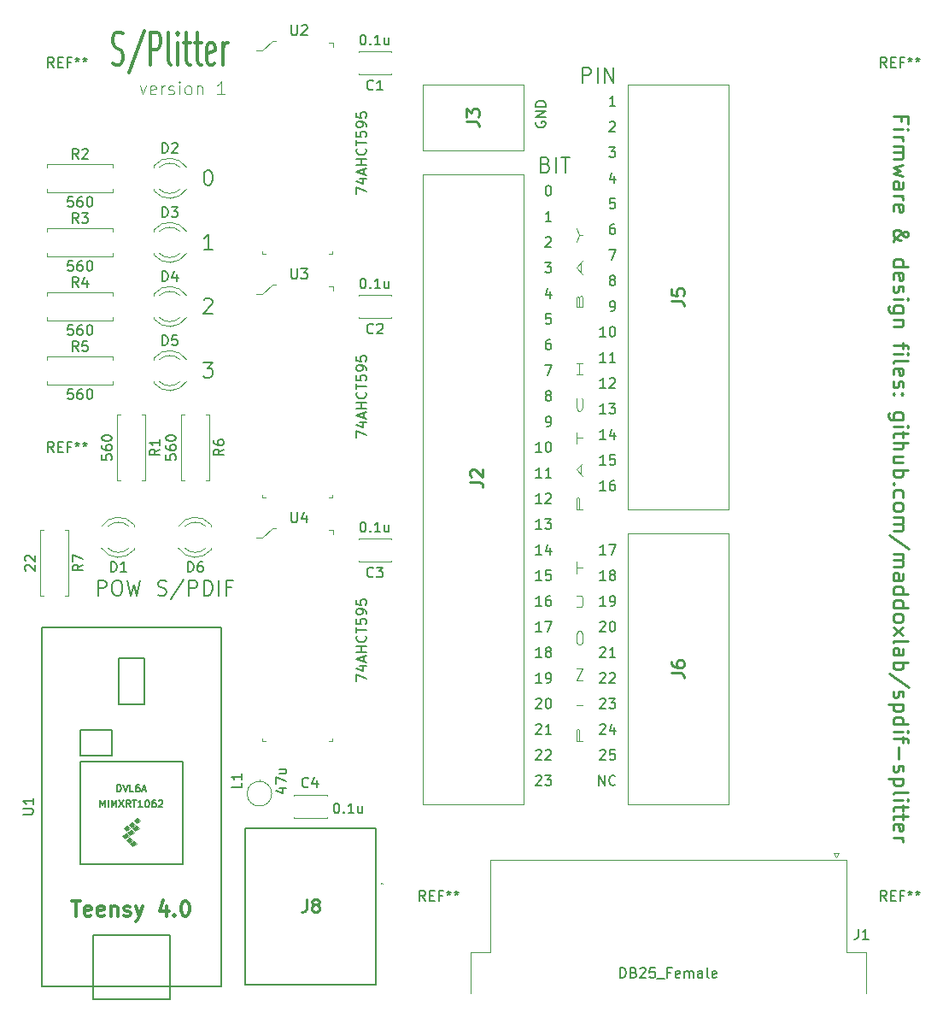
<source format=gbr>
%TF.GenerationSoftware,KiCad,Pcbnew,5.1.9-73d0e3b20d~88~ubuntu18.04.1*%
%TF.CreationDate,2021-04-18T22:58:03-04:00*%
%TF.ProjectId,spdif-decoder,73706469-662d-4646-9563-6f6465722e6b,rev?*%
%TF.SameCoordinates,Original*%
%TF.FileFunction,Legend,Top*%
%TF.FilePolarity,Positive*%
%FSLAX46Y46*%
G04 Gerber Fmt 4.6, Leading zero omitted, Abs format (unit mm)*
G04 Created by KiCad (PCBNEW 5.1.9-73d0e3b20d~88~ubuntu18.04.1) date 2021-04-18 22:58:03*
%MOMM*%
%LPD*%
G01*
G04 APERTURE LIST*
%ADD10C,0.100000*%
%ADD11C,0.150000*%
%ADD12C,0.300000*%
%ADD13C,0.250000*%
%ADD14C,0.125000*%
%ADD15C,0.120000*%
%ADD16C,0.200000*%
%ADD17C,0.254000*%
G04 APERTURE END LIST*
D10*
X113301428Y-138268095D02*
X112701428Y-138268095D01*
X112701428Y-137506190D01*
X112730000Y-137315714D01*
X112758571Y-137220476D01*
X112815714Y-137125238D01*
X112901428Y-137125238D01*
X112958571Y-137220476D01*
X112987142Y-137315714D01*
X113015714Y-137506190D01*
X113015714Y-138268095D01*
X113301428Y-134744285D02*
X112701428Y-134744285D01*
X113301428Y-132268095D02*
X112701428Y-132268095D01*
X113301428Y-131125238D01*
X112701428Y-131125238D01*
X112701428Y-128268095D02*
X112701428Y-127887142D01*
X112730000Y-127696666D01*
X112787142Y-127506190D01*
X112901428Y-127410952D01*
X113101428Y-127410952D01*
X113215714Y-127506190D01*
X113272857Y-127696666D01*
X113301428Y-127887142D01*
X113301428Y-128268095D01*
X113272857Y-128458571D01*
X113215714Y-128649047D01*
X113101428Y-128744285D01*
X112901428Y-128744285D01*
X112787142Y-128649047D01*
X112730000Y-128458571D01*
X112701428Y-128268095D01*
X112701428Y-125030000D02*
X113187142Y-125030000D01*
X113244285Y-124934761D01*
X113272857Y-124839523D01*
X113301428Y-124649047D01*
X113301428Y-124268095D01*
X113272857Y-124077619D01*
X113244285Y-123982380D01*
X113187142Y-123887142D01*
X112701428Y-123887142D01*
X112701428Y-121696666D02*
X112701428Y-120553809D01*
X113301428Y-121125238D02*
X112701428Y-121125238D01*
X113301428Y-115315714D02*
X112701428Y-115315714D01*
X112701428Y-114553809D01*
X112730000Y-114363333D01*
X112758571Y-114268095D01*
X112815714Y-114172857D01*
X112901428Y-114172857D01*
X112958571Y-114268095D01*
X112987142Y-114363333D01*
X113015714Y-114553809D01*
X113015714Y-115315714D01*
X113130000Y-111887142D02*
X113130000Y-110934761D01*
X113301428Y-112077619D02*
X112701428Y-111410952D01*
X113301428Y-110744285D01*
X112701428Y-108839523D02*
X112701428Y-107696666D01*
X113301428Y-108268095D02*
X112701428Y-108268095D01*
X113244285Y-104363333D02*
X113272857Y-104458571D01*
X113301428Y-104744285D01*
X113301428Y-104934761D01*
X113272857Y-105220476D01*
X113215714Y-105410952D01*
X113158571Y-105506190D01*
X113044285Y-105601428D01*
X112958571Y-105601428D01*
X112844285Y-105506190D01*
X112787142Y-105410952D01*
X112730000Y-105220476D01*
X112701428Y-104934761D01*
X112701428Y-104744285D01*
X112730000Y-104458571D01*
X112758571Y-104363333D01*
X113301428Y-101982380D02*
X112701428Y-101982380D01*
X112987142Y-101982380D02*
X112987142Y-100839523D01*
X113301428Y-100839523D02*
X112701428Y-100839523D01*
X112987142Y-94649047D02*
X113015714Y-94363333D01*
X113044285Y-94268095D01*
X113101428Y-94172857D01*
X113187142Y-94172857D01*
X113244285Y-94268095D01*
X113272857Y-94363333D01*
X113301428Y-94553809D01*
X113301428Y-95315714D01*
X112701428Y-95315714D01*
X112701428Y-94649047D01*
X112730000Y-94458571D01*
X112758571Y-94363333D01*
X112815714Y-94268095D01*
X112872857Y-94268095D01*
X112930000Y-94363333D01*
X112958571Y-94458571D01*
X112987142Y-94649047D01*
X112987142Y-95315714D01*
X113130000Y-91887142D02*
X113130000Y-90934761D01*
X113301428Y-92077619D02*
X112701428Y-91410952D01*
X113301428Y-90744285D01*
X113015714Y-88172857D02*
X113301428Y-88172857D01*
X112701428Y-88839523D02*
X113015714Y-88172857D01*
X112701428Y-87506190D01*
D11*
X114932976Y-142692380D02*
X114932976Y-141692380D01*
X115504404Y-142692380D01*
X115504404Y-141692380D01*
X116552023Y-142597142D02*
X116504404Y-142644761D01*
X116361547Y-142692380D01*
X116266309Y-142692380D01*
X116123452Y-142644761D01*
X116028214Y-142549523D01*
X115980595Y-142454285D01*
X115932976Y-142263809D01*
X115932976Y-142120952D01*
X115980595Y-141930476D01*
X116028214Y-141835238D01*
X116123452Y-141740000D01*
X116266309Y-141692380D01*
X116361547Y-141692380D01*
X116504404Y-141740000D01*
X116552023Y-141787619D01*
D12*
X62651428Y-154118571D02*
X63508571Y-154118571D01*
X63080000Y-155618571D02*
X63080000Y-154118571D01*
X64580000Y-155547142D02*
X64437142Y-155618571D01*
X64151428Y-155618571D01*
X64008571Y-155547142D01*
X63937142Y-155404285D01*
X63937142Y-154832857D01*
X64008571Y-154690000D01*
X64151428Y-154618571D01*
X64437142Y-154618571D01*
X64580000Y-154690000D01*
X64651428Y-154832857D01*
X64651428Y-154975714D01*
X63937142Y-155118571D01*
X65865714Y-155547142D02*
X65722857Y-155618571D01*
X65437142Y-155618571D01*
X65294285Y-155547142D01*
X65222857Y-155404285D01*
X65222857Y-154832857D01*
X65294285Y-154690000D01*
X65437142Y-154618571D01*
X65722857Y-154618571D01*
X65865714Y-154690000D01*
X65937142Y-154832857D01*
X65937142Y-154975714D01*
X65222857Y-155118571D01*
X66580000Y-154618571D02*
X66580000Y-155618571D01*
X66580000Y-154761428D02*
X66651428Y-154690000D01*
X66794285Y-154618571D01*
X67008571Y-154618571D01*
X67151428Y-154690000D01*
X67222857Y-154832857D01*
X67222857Y-155618571D01*
X67865714Y-155547142D02*
X68008571Y-155618571D01*
X68294285Y-155618571D01*
X68437142Y-155547142D01*
X68508571Y-155404285D01*
X68508571Y-155332857D01*
X68437142Y-155190000D01*
X68294285Y-155118571D01*
X68080000Y-155118571D01*
X67937142Y-155047142D01*
X67865714Y-154904285D01*
X67865714Y-154832857D01*
X67937142Y-154690000D01*
X68080000Y-154618571D01*
X68294285Y-154618571D01*
X68437142Y-154690000D01*
X69008571Y-154618571D02*
X69365714Y-155618571D01*
X69722857Y-154618571D02*
X69365714Y-155618571D01*
X69222857Y-155975714D01*
X69151428Y-156047142D01*
X69008571Y-156118571D01*
X72080000Y-154618571D02*
X72080000Y-155618571D01*
X71722857Y-154047142D02*
X71365714Y-155118571D01*
X72294285Y-155118571D01*
X72865714Y-155475714D02*
X72937142Y-155547142D01*
X72865714Y-155618571D01*
X72794285Y-155547142D01*
X72865714Y-155475714D01*
X72865714Y-155618571D01*
X73865714Y-154118571D02*
X74008571Y-154118571D01*
X74151428Y-154190000D01*
X74222857Y-154261428D01*
X74294285Y-154404285D01*
X74365714Y-154690000D01*
X74365714Y-155047142D01*
X74294285Y-155332857D01*
X74222857Y-155475714D01*
X74151428Y-155547142D01*
X74008571Y-155618571D01*
X73865714Y-155618571D01*
X73722857Y-155547142D01*
X73651428Y-155475714D01*
X73580000Y-155332857D01*
X73508571Y-155047142D01*
X73508571Y-154690000D01*
X73580000Y-154404285D01*
X73651428Y-154261428D01*
X73722857Y-154190000D01*
X73865714Y-154118571D01*
D13*
X144887142Y-76927500D02*
X144887142Y-76427500D01*
X144101428Y-76427500D02*
X145601428Y-76427500D01*
X145601428Y-77141785D01*
X144101428Y-77713214D02*
X145101428Y-77713214D01*
X145601428Y-77713214D02*
X145530000Y-77641785D01*
X145458571Y-77713214D01*
X145530000Y-77784642D01*
X145601428Y-77713214D01*
X145458571Y-77713214D01*
X144101428Y-78427500D02*
X145101428Y-78427500D01*
X144815714Y-78427500D02*
X144958571Y-78498928D01*
X145030000Y-78570357D01*
X145101428Y-78713214D01*
X145101428Y-78856071D01*
X144101428Y-79356071D02*
X145101428Y-79356071D01*
X144958571Y-79356071D02*
X145030000Y-79427500D01*
X145101428Y-79570357D01*
X145101428Y-79784642D01*
X145030000Y-79927500D01*
X144887142Y-79998928D01*
X144101428Y-79998928D01*
X144887142Y-79998928D02*
X145030000Y-80070357D01*
X145101428Y-80213214D01*
X145101428Y-80427500D01*
X145030000Y-80570357D01*
X144887142Y-80641785D01*
X144101428Y-80641785D01*
X145101428Y-81213214D02*
X144101428Y-81498928D01*
X144815714Y-81784642D01*
X144101428Y-82070357D01*
X145101428Y-82356071D01*
X144101428Y-83570357D02*
X144887142Y-83570357D01*
X145030000Y-83498928D01*
X145101428Y-83356071D01*
X145101428Y-83070357D01*
X145030000Y-82927500D01*
X144172857Y-83570357D02*
X144101428Y-83427500D01*
X144101428Y-83070357D01*
X144172857Y-82927500D01*
X144315714Y-82856071D01*
X144458571Y-82856071D01*
X144601428Y-82927500D01*
X144672857Y-83070357D01*
X144672857Y-83427500D01*
X144744285Y-83570357D01*
X144101428Y-84284642D02*
X145101428Y-84284642D01*
X144815714Y-84284642D02*
X144958571Y-84356071D01*
X145030000Y-84427500D01*
X145101428Y-84570357D01*
X145101428Y-84713214D01*
X144172857Y-85784642D02*
X144101428Y-85641785D01*
X144101428Y-85356071D01*
X144172857Y-85213214D01*
X144315714Y-85141785D01*
X144887142Y-85141785D01*
X145030000Y-85213214D01*
X145101428Y-85356071D01*
X145101428Y-85641785D01*
X145030000Y-85784642D01*
X144887142Y-85856071D01*
X144744285Y-85856071D01*
X144601428Y-85141785D01*
X144101428Y-88856071D02*
X144101428Y-88784642D01*
X144172857Y-88641785D01*
X144387142Y-88427500D01*
X144815714Y-88070357D01*
X145030000Y-87927500D01*
X145244285Y-87856071D01*
X145387142Y-87856071D01*
X145530000Y-87927500D01*
X145601428Y-88070357D01*
X145601428Y-88141785D01*
X145530000Y-88284642D01*
X145387142Y-88356071D01*
X145315714Y-88356071D01*
X145172857Y-88284642D01*
X145101428Y-88213214D01*
X144815714Y-87784642D01*
X144744285Y-87713214D01*
X144601428Y-87641785D01*
X144387142Y-87641785D01*
X144244285Y-87713214D01*
X144172857Y-87784642D01*
X144101428Y-87927500D01*
X144101428Y-88141785D01*
X144172857Y-88284642D01*
X144244285Y-88356071D01*
X144530000Y-88570357D01*
X144744285Y-88641785D01*
X144887142Y-88641785D01*
X144101428Y-91284642D02*
X145601428Y-91284642D01*
X144172857Y-91284642D02*
X144101428Y-91141785D01*
X144101428Y-90856071D01*
X144172857Y-90713214D01*
X144244285Y-90641785D01*
X144387142Y-90570357D01*
X144815714Y-90570357D01*
X144958571Y-90641785D01*
X145030000Y-90713214D01*
X145101428Y-90856071D01*
X145101428Y-91141785D01*
X145030000Y-91284642D01*
X144172857Y-92570357D02*
X144101428Y-92427500D01*
X144101428Y-92141785D01*
X144172857Y-91998928D01*
X144315714Y-91927500D01*
X144887142Y-91927500D01*
X145030000Y-91998928D01*
X145101428Y-92141785D01*
X145101428Y-92427500D01*
X145030000Y-92570357D01*
X144887142Y-92641785D01*
X144744285Y-92641785D01*
X144601428Y-91927500D01*
X144172857Y-93213214D02*
X144101428Y-93356071D01*
X144101428Y-93641785D01*
X144172857Y-93784642D01*
X144315714Y-93856071D01*
X144387142Y-93856071D01*
X144530000Y-93784642D01*
X144601428Y-93641785D01*
X144601428Y-93427500D01*
X144672857Y-93284642D01*
X144815714Y-93213214D01*
X144887142Y-93213214D01*
X145030000Y-93284642D01*
X145101428Y-93427500D01*
X145101428Y-93641785D01*
X145030000Y-93784642D01*
X144101428Y-94498928D02*
X145101428Y-94498928D01*
X145601428Y-94498928D02*
X145530000Y-94427500D01*
X145458571Y-94498928D01*
X145530000Y-94570357D01*
X145601428Y-94498928D01*
X145458571Y-94498928D01*
X145101428Y-95856071D02*
X143887142Y-95856071D01*
X143744285Y-95784642D01*
X143672857Y-95713214D01*
X143601428Y-95570357D01*
X143601428Y-95356071D01*
X143672857Y-95213214D01*
X144172857Y-95856071D02*
X144101428Y-95713214D01*
X144101428Y-95427500D01*
X144172857Y-95284642D01*
X144244285Y-95213214D01*
X144387142Y-95141785D01*
X144815714Y-95141785D01*
X144958571Y-95213214D01*
X145030000Y-95284642D01*
X145101428Y-95427500D01*
X145101428Y-95713214D01*
X145030000Y-95856071D01*
X145101428Y-96570357D02*
X144101428Y-96570357D01*
X144958571Y-96570357D02*
X145030000Y-96641785D01*
X145101428Y-96784642D01*
X145101428Y-96998928D01*
X145030000Y-97141785D01*
X144887142Y-97213214D01*
X144101428Y-97213214D01*
X145101428Y-98856071D02*
X145101428Y-99427500D01*
X144101428Y-99070357D02*
X145387142Y-99070357D01*
X145530000Y-99141785D01*
X145601428Y-99284642D01*
X145601428Y-99427500D01*
X144101428Y-99927500D02*
X145101428Y-99927500D01*
X145601428Y-99927500D02*
X145530000Y-99856071D01*
X145458571Y-99927500D01*
X145530000Y-99998928D01*
X145601428Y-99927500D01*
X145458571Y-99927500D01*
X144101428Y-100856071D02*
X144172857Y-100713214D01*
X144315714Y-100641785D01*
X145601428Y-100641785D01*
X144172857Y-101998928D02*
X144101428Y-101856071D01*
X144101428Y-101570357D01*
X144172857Y-101427500D01*
X144315714Y-101356071D01*
X144887142Y-101356071D01*
X145030000Y-101427500D01*
X145101428Y-101570357D01*
X145101428Y-101856071D01*
X145030000Y-101998928D01*
X144887142Y-102070357D01*
X144744285Y-102070357D01*
X144601428Y-101356071D01*
X144172857Y-102641785D02*
X144101428Y-102784642D01*
X144101428Y-103070357D01*
X144172857Y-103213214D01*
X144315714Y-103284642D01*
X144387142Y-103284642D01*
X144530000Y-103213214D01*
X144601428Y-103070357D01*
X144601428Y-102856071D01*
X144672857Y-102713214D01*
X144815714Y-102641785D01*
X144887142Y-102641785D01*
X145030000Y-102713214D01*
X145101428Y-102856071D01*
X145101428Y-103070357D01*
X145030000Y-103213214D01*
X144244285Y-103927500D02*
X144172857Y-103998928D01*
X144101428Y-103927500D01*
X144172857Y-103856071D01*
X144244285Y-103927500D01*
X144101428Y-103927500D01*
X145030000Y-103927500D02*
X144958571Y-103998928D01*
X144887142Y-103927500D01*
X144958571Y-103856071D01*
X145030000Y-103927500D01*
X144887142Y-103927500D01*
X145101428Y-106427500D02*
X143887142Y-106427500D01*
X143744285Y-106356071D01*
X143672857Y-106284642D01*
X143601428Y-106141785D01*
X143601428Y-105927500D01*
X143672857Y-105784642D01*
X144172857Y-106427500D02*
X144101428Y-106284642D01*
X144101428Y-105998928D01*
X144172857Y-105856071D01*
X144244285Y-105784642D01*
X144387142Y-105713214D01*
X144815714Y-105713214D01*
X144958571Y-105784642D01*
X145030000Y-105856071D01*
X145101428Y-105998928D01*
X145101428Y-106284642D01*
X145030000Y-106427500D01*
X144101428Y-107141785D02*
X145101428Y-107141785D01*
X145601428Y-107141785D02*
X145530000Y-107070357D01*
X145458571Y-107141785D01*
X145530000Y-107213214D01*
X145601428Y-107141785D01*
X145458571Y-107141785D01*
X145101428Y-107641785D02*
X145101428Y-108213214D01*
X145601428Y-107856071D02*
X144315714Y-107856071D01*
X144172857Y-107927500D01*
X144101428Y-108070357D01*
X144101428Y-108213214D01*
X144101428Y-108713214D02*
X145601428Y-108713214D01*
X144101428Y-109356071D02*
X144887142Y-109356071D01*
X145030000Y-109284642D01*
X145101428Y-109141785D01*
X145101428Y-108927500D01*
X145030000Y-108784642D01*
X144958571Y-108713214D01*
X145101428Y-110713214D02*
X144101428Y-110713214D01*
X145101428Y-110070357D02*
X144315714Y-110070357D01*
X144172857Y-110141785D01*
X144101428Y-110284642D01*
X144101428Y-110498928D01*
X144172857Y-110641785D01*
X144244285Y-110713214D01*
X144101428Y-111427500D02*
X145601428Y-111427500D01*
X145030000Y-111427500D02*
X145101428Y-111570357D01*
X145101428Y-111856071D01*
X145030000Y-111998928D01*
X144958571Y-112070357D01*
X144815714Y-112141785D01*
X144387142Y-112141785D01*
X144244285Y-112070357D01*
X144172857Y-111998928D01*
X144101428Y-111856071D01*
X144101428Y-111570357D01*
X144172857Y-111427500D01*
X144244285Y-112784642D02*
X144172857Y-112856071D01*
X144101428Y-112784642D01*
X144172857Y-112713214D01*
X144244285Y-112784642D01*
X144101428Y-112784642D01*
X144172857Y-114141785D02*
X144101428Y-113998928D01*
X144101428Y-113713214D01*
X144172857Y-113570357D01*
X144244285Y-113498928D01*
X144387142Y-113427500D01*
X144815714Y-113427500D01*
X144958571Y-113498928D01*
X145030000Y-113570357D01*
X145101428Y-113713214D01*
X145101428Y-113998928D01*
X145030000Y-114141785D01*
X144101428Y-114998928D02*
X144172857Y-114856071D01*
X144244285Y-114784642D01*
X144387142Y-114713214D01*
X144815714Y-114713214D01*
X144958571Y-114784642D01*
X145030000Y-114856071D01*
X145101428Y-114998928D01*
X145101428Y-115213214D01*
X145030000Y-115356071D01*
X144958571Y-115427500D01*
X144815714Y-115498928D01*
X144387142Y-115498928D01*
X144244285Y-115427500D01*
X144172857Y-115356071D01*
X144101428Y-115213214D01*
X144101428Y-114998928D01*
X144101428Y-116141785D02*
X145101428Y-116141785D01*
X144958571Y-116141785D02*
X145030000Y-116213214D01*
X145101428Y-116356071D01*
X145101428Y-116570357D01*
X145030000Y-116713214D01*
X144887142Y-116784642D01*
X144101428Y-116784642D01*
X144887142Y-116784642D02*
X145030000Y-116856071D01*
X145101428Y-116998928D01*
X145101428Y-117213214D01*
X145030000Y-117356071D01*
X144887142Y-117427500D01*
X144101428Y-117427500D01*
X145672857Y-119213214D02*
X143744285Y-117927500D01*
X144101428Y-119713214D02*
X145101428Y-119713214D01*
X144958571Y-119713214D02*
X145030000Y-119784642D01*
X145101428Y-119927500D01*
X145101428Y-120141785D01*
X145030000Y-120284642D01*
X144887142Y-120356071D01*
X144101428Y-120356071D01*
X144887142Y-120356071D02*
X145030000Y-120427500D01*
X145101428Y-120570357D01*
X145101428Y-120784642D01*
X145030000Y-120927500D01*
X144887142Y-120998928D01*
X144101428Y-120998928D01*
X144101428Y-122356071D02*
X144887142Y-122356071D01*
X145030000Y-122284642D01*
X145101428Y-122141785D01*
X145101428Y-121856071D01*
X145030000Y-121713214D01*
X144172857Y-122356071D02*
X144101428Y-122213214D01*
X144101428Y-121856071D01*
X144172857Y-121713214D01*
X144315714Y-121641785D01*
X144458571Y-121641785D01*
X144601428Y-121713214D01*
X144672857Y-121856071D01*
X144672857Y-122213214D01*
X144744285Y-122356071D01*
X144101428Y-123713214D02*
X145601428Y-123713214D01*
X144172857Y-123713214D02*
X144101428Y-123570357D01*
X144101428Y-123284642D01*
X144172857Y-123141785D01*
X144244285Y-123070357D01*
X144387142Y-122998928D01*
X144815714Y-122998928D01*
X144958571Y-123070357D01*
X145030000Y-123141785D01*
X145101428Y-123284642D01*
X145101428Y-123570357D01*
X145030000Y-123713214D01*
X144101428Y-125070357D02*
X145601428Y-125070357D01*
X144172857Y-125070357D02*
X144101428Y-124927500D01*
X144101428Y-124641785D01*
X144172857Y-124498928D01*
X144244285Y-124427500D01*
X144387142Y-124356071D01*
X144815714Y-124356071D01*
X144958571Y-124427500D01*
X145030000Y-124498928D01*
X145101428Y-124641785D01*
X145101428Y-124927500D01*
X145030000Y-125070357D01*
X144101428Y-125998928D02*
X144172857Y-125856071D01*
X144244285Y-125784642D01*
X144387142Y-125713214D01*
X144815714Y-125713214D01*
X144958571Y-125784642D01*
X145030000Y-125856071D01*
X145101428Y-125998928D01*
X145101428Y-126213214D01*
X145030000Y-126356071D01*
X144958571Y-126427500D01*
X144815714Y-126498928D01*
X144387142Y-126498928D01*
X144244285Y-126427500D01*
X144172857Y-126356071D01*
X144101428Y-126213214D01*
X144101428Y-125998928D01*
X144101428Y-126998928D02*
X145101428Y-127784642D01*
X145101428Y-126998928D02*
X144101428Y-127784642D01*
X144101428Y-128570357D02*
X144172857Y-128427500D01*
X144315714Y-128356071D01*
X145601428Y-128356071D01*
X144101428Y-129784642D02*
X144887142Y-129784642D01*
X145030000Y-129713214D01*
X145101428Y-129570357D01*
X145101428Y-129284642D01*
X145030000Y-129141785D01*
X144172857Y-129784642D02*
X144101428Y-129641785D01*
X144101428Y-129284642D01*
X144172857Y-129141785D01*
X144315714Y-129070357D01*
X144458571Y-129070357D01*
X144601428Y-129141785D01*
X144672857Y-129284642D01*
X144672857Y-129641785D01*
X144744285Y-129784642D01*
X144101428Y-130498928D02*
X145601428Y-130498928D01*
X145030000Y-130498928D02*
X145101428Y-130641785D01*
X145101428Y-130927500D01*
X145030000Y-131070357D01*
X144958571Y-131141785D01*
X144815714Y-131213214D01*
X144387142Y-131213214D01*
X144244285Y-131141785D01*
X144172857Y-131070357D01*
X144101428Y-130927500D01*
X144101428Y-130641785D01*
X144172857Y-130498928D01*
X145672857Y-132927500D02*
X143744285Y-131641785D01*
X144172857Y-133356071D02*
X144101428Y-133498928D01*
X144101428Y-133784642D01*
X144172857Y-133927500D01*
X144315714Y-133998928D01*
X144387142Y-133998928D01*
X144530000Y-133927500D01*
X144601428Y-133784642D01*
X144601428Y-133570357D01*
X144672857Y-133427500D01*
X144815714Y-133356071D01*
X144887142Y-133356071D01*
X145030000Y-133427500D01*
X145101428Y-133570357D01*
X145101428Y-133784642D01*
X145030000Y-133927500D01*
X145101428Y-134641785D02*
X143601428Y-134641785D01*
X145030000Y-134641785D02*
X145101428Y-134784642D01*
X145101428Y-135070357D01*
X145030000Y-135213214D01*
X144958571Y-135284642D01*
X144815714Y-135356071D01*
X144387142Y-135356071D01*
X144244285Y-135284642D01*
X144172857Y-135213214D01*
X144101428Y-135070357D01*
X144101428Y-134784642D01*
X144172857Y-134641785D01*
X144101428Y-136641785D02*
X145601428Y-136641785D01*
X144172857Y-136641785D02*
X144101428Y-136498928D01*
X144101428Y-136213214D01*
X144172857Y-136070357D01*
X144244285Y-135998928D01*
X144387142Y-135927500D01*
X144815714Y-135927500D01*
X144958571Y-135998928D01*
X145030000Y-136070357D01*
X145101428Y-136213214D01*
X145101428Y-136498928D01*
X145030000Y-136641785D01*
X144101428Y-137356071D02*
X145101428Y-137356071D01*
X145601428Y-137356071D02*
X145530000Y-137284642D01*
X145458571Y-137356071D01*
X145530000Y-137427500D01*
X145601428Y-137356071D01*
X145458571Y-137356071D01*
X145101428Y-137856071D02*
X145101428Y-138427500D01*
X144101428Y-138070357D02*
X145387142Y-138070357D01*
X145530000Y-138141785D01*
X145601428Y-138284642D01*
X145601428Y-138427500D01*
X144672857Y-138927500D02*
X144672857Y-140070357D01*
X144172857Y-140713214D02*
X144101428Y-140856071D01*
X144101428Y-141141785D01*
X144172857Y-141284642D01*
X144315714Y-141356071D01*
X144387142Y-141356071D01*
X144530000Y-141284642D01*
X144601428Y-141141785D01*
X144601428Y-140927500D01*
X144672857Y-140784642D01*
X144815714Y-140713214D01*
X144887142Y-140713214D01*
X145030000Y-140784642D01*
X145101428Y-140927500D01*
X145101428Y-141141785D01*
X145030000Y-141284642D01*
X145101428Y-141998928D02*
X143601428Y-141998928D01*
X145030000Y-141998928D02*
X145101428Y-142141785D01*
X145101428Y-142427500D01*
X145030000Y-142570357D01*
X144958571Y-142641785D01*
X144815714Y-142713214D01*
X144387142Y-142713214D01*
X144244285Y-142641785D01*
X144172857Y-142570357D01*
X144101428Y-142427500D01*
X144101428Y-142141785D01*
X144172857Y-141998928D01*
X144101428Y-143570357D02*
X144172857Y-143427500D01*
X144315714Y-143356071D01*
X145601428Y-143356071D01*
X144101428Y-144141785D02*
X145101428Y-144141785D01*
X145601428Y-144141785D02*
X145530000Y-144070357D01*
X145458571Y-144141785D01*
X145530000Y-144213214D01*
X145601428Y-144141785D01*
X145458571Y-144141785D01*
X145101428Y-144641785D02*
X145101428Y-145213214D01*
X145601428Y-144856071D02*
X144315714Y-144856071D01*
X144172857Y-144927500D01*
X144101428Y-145070357D01*
X144101428Y-145213214D01*
X145101428Y-145498928D02*
X145101428Y-146070357D01*
X145601428Y-145713214D02*
X144315714Y-145713214D01*
X144172857Y-145784642D01*
X144101428Y-145927500D01*
X144101428Y-146070357D01*
X144172857Y-147141785D02*
X144101428Y-146998928D01*
X144101428Y-146713214D01*
X144172857Y-146570357D01*
X144315714Y-146498928D01*
X144887142Y-146498928D01*
X145030000Y-146570357D01*
X145101428Y-146713214D01*
X145101428Y-146998928D01*
X145030000Y-147141785D01*
X144887142Y-147213214D01*
X144744285Y-147213214D01*
X144601428Y-146498928D01*
X144101428Y-147856071D02*
X145101428Y-147856071D01*
X144815714Y-147856071D02*
X144958571Y-147927500D01*
X145030000Y-147998928D01*
X145101428Y-148141785D01*
X145101428Y-148284642D01*
D11*
X113313928Y-73068571D02*
X113313928Y-71568571D01*
X113885357Y-71568571D01*
X114028214Y-71640000D01*
X114099642Y-71711428D01*
X114171071Y-71854285D01*
X114171071Y-72068571D01*
X114099642Y-72211428D01*
X114028214Y-72282857D01*
X113885357Y-72354285D01*
X113313928Y-72354285D01*
X114813928Y-73068571D02*
X114813928Y-71568571D01*
X115528214Y-73068571D02*
X115528214Y-71568571D01*
X116385357Y-73068571D01*
X116385357Y-71568571D01*
X109668571Y-81172857D02*
X109882857Y-81244285D01*
X109954285Y-81315714D01*
X110025714Y-81458571D01*
X110025714Y-81672857D01*
X109954285Y-81815714D01*
X109882857Y-81887142D01*
X109740000Y-81958571D01*
X109168571Y-81958571D01*
X109168571Y-80458571D01*
X109668571Y-80458571D01*
X109811428Y-80530000D01*
X109882857Y-80601428D01*
X109954285Y-80744285D01*
X109954285Y-80887142D01*
X109882857Y-81030000D01*
X109811428Y-81101428D01*
X109668571Y-81172857D01*
X109168571Y-81172857D01*
X110668571Y-81958571D02*
X110668571Y-80458571D01*
X111168571Y-80458571D02*
X112025714Y-80458571D01*
X111597142Y-81958571D02*
X111597142Y-80458571D01*
X115028214Y-139247619D02*
X115075833Y-139200000D01*
X115171071Y-139152380D01*
X115409166Y-139152380D01*
X115504404Y-139200000D01*
X115552023Y-139247619D01*
X115599642Y-139342857D01*
X115599642Y-139438095D01*
X115552023Y-139580952D01*
X114980595Y-140152380D01*
X115599642Y-140152380D01*
X116504404Y-139152380D02*
X116028214Y-139152380D01*
X115980595Y-139628571D01*
X116028214Y-139580952D01*
X116123452Y-139533333D01*
X116361547Y-139533333D01*
X116456785Y-139580952D01*
X116504404Y-139628571D01*
X116552023Y-139723809D01*
X116552023Y-139961904D01*
X116504404Y-140057142D01*
X116456785Y-140104761D01*
X116361547Y-140152380D01*
X116123452Y-140152380D01*
X116028214Y-140104761D01*
X115980595Y-140057142D01*
X115028214Y-136707619D02*
X115075833Y-136660000D01*
X115171071Y-136612380D01*
X115409166Y-136612380D01*
X115504404Y-136660000D01*
X115552023Y-136707619D01*
X115599642Y-136802857D01*
X115599642Y-136898095D01*
X115552023Y-137040952D01*
X114980595Y-137612380D01*
X115599642Y-137612380D01*
X116456785Y-136945714D02*
X116456785Y-137612380D01*
X116218690Y-136564761D02*
X115980595Y-137279047D01*
X116599642Y-137279047D01*
X116552023Y-75382380D02*
X115980595Y-75382380D01*
X116266309Y-75382380D02*
X116266309Y-74382380D01*
X116171071Y-74525238D01*
X116075833Y-74620476D01*
X115980595Y-74668095D01*
X115980595Y-77017619D02*
X116028214Y-76970000D01*
X116123452Y-76922380D01*
X116361547Y-76922380D01*
X116456785Y-76970000D01*
X116504404Y-77017619D01*
X116552023Y-77112857D01*
X116552023Y-77208095D01*
X116504404Y-77350952D01*
X115932976Y-77922380D01*
X116552023Y-77922380D01*
X115932976Y-79462380D02*
X116552023Y-79462380D01*
X116218690Y-79843333D01*
X116361547Y-79843333D01*
X116456785Y-79890952D01*
X116504404Y-79938571D01*
X116552023Y-80033809D01*
X116552023Y-80271904D01*
X116504404Y-80367142D01*
X116456785Y-80414761D01*
X116361547Y-80462380D01*
X116075833Y-80462380D01*
X115980595Y-80414761D01*
X115932976Y-80367142D01*
X116456785Y-87082380D02*
X116266309Y-87082380D01*
X116171071Y-87130000D01*
X116123452Y-87177619D01*
X116028214Y-87320476D01*
X115980595Y-87510952D01*
X115980595Y-87891904D01*
X116028214Y-87987142D01*
X116075833Y-88034761D01*
X116171071Y-88082380D01*
X116361547Y-88082380D01*
X116456785Y-88034761D01*
X116504404Y-87987142D01*
X116552023Y-87891904D01*
X116552023Y-87653809D01*
X116504404Y-87558571D01*
X116456785Y-87510952D01*
X116361547Y-87463333D01*
X116171071Y-87463333D01*
X116075833Y-87510952D01*
X116028214Y-87558571D01*
X115980595Y-87653809D01*
X116456785Y-82335714D02*
X116456785Y-83002380D01*
X116218690Y-81954761D02*
X115980595Y-82669047D01*
X116599642Y-82669047D01*
X116504404Y-84542380D02*
X116028214Y-84542380D01*
X115980595Y-85018571D01*
X116028214Y-84970952D01*
X116123452Y-84923333D01*
X116361547Y-84923333D01*
X116456785Y-84970952D01*
X116504404Y-85018571D01*
X116552023Y-85113809D01*
X116552023Y-85351904D01*
X116504404Y-85447142D01*
X116456785Y-85494761D01*
X116361547Y-85542380D01*
X116123452Y-85542380D01*
X116028214Y-85494761D01*
X115980595Y-85447142D01*
X115932976Y-89622380D02*
X116599642Y-89622380D01*
X116171071Y-90622380D01*
X115599642Y-98242380D02*
X115028214Y-98242380D01*
X115313928Y-98242380D02*
X115313928Y-97242380D01*
X115218690Y-97385238D01*
X115123452Y-97480476D01*
X115028214Y-97528095D01*
X116218690Y-97242380D02*
X116313928Y-97242380D01*
X116409166Y-97290000D01*
X116456785Y-97337619D01*
X116504404Y-97432857D01*
X116552023Y-97623333D01*
X116552023Y-97861428D01*
X116504404Y-98051904D01*
X116456785Y-98147142D01*
X116409166Y-98194761D01*
X116313928Y-98242380D01*
X116218690Y-98242380D01*
X116123452Y-98194761D01*
X116075833Y-98147142D01*
X116028214Y-98051904D01*
X115980595Y-97861428D01*
X115980595Y-97623333D01*
X116028214Y-97432857D01*
X116075833Y-97337619D01*
X116123452Y-97290000D01*
X116218690Y-97242380D01*
X115599642Y-105862380D02*
X115028214Y-105862380D01*
X115313928Y-105862380D02*
X115313928Y-104862380D01*
X115218690Y-105005238D01*
X115123452Y-105100476D01*
X115028214Y-105148095D01*
X115932976Y-104862380D02*
X116552023Y-104862380D01*
X116218690Y-105243333D01*
X116361547Y-105243333D01*
X116456785Y-105290952D01*
X116504404Y-105338571D01*
X116552023Y-105433809D01*
X116552023Y-105671904D01*
X116504404Y-105767142D01*
X116456785Y-105814761D01*
X116361547Y-105862380D01*
X116075833Y-105862380D01*
X115980595Y-105814761D01*
X115932976Y-105767142D01*
X115599642Y-110942380D02*
X115028214Y-110942380D01*
X115313928Y-110942380D02*
X115313928Y-109942380D01*
X115218690Y-110085238D01*
X115123452Y-110180476D01*
X115028214Y-110228095D01*
X116504404Y-109942380D02*
X116028214Y-109942380D01*
X115980595Y-110418571D01*
X116028214Y-110370952D01*
X116123452Y-110323333D01*
X116361547Y-110323333D01*
X116456785Y-110370952D01*
X116504404Y-110418571D01*
X116552023Y-110513809D01*
X116552023Y-110751904D01*
X116504404Y-110847142D01*
X116456785Y-110894761D01*
X116361547Y-110942380D01*
X116123452Y-110942380D01*
X116028214Y-110894761D01*
X115980595Y-110847142D01*
X116171071Y-92590952D02*
X116075833Y-92543333D01*
X116028214Y-92495714D01*
X115980595Y-92400476D01*
X115980595Y-92352857D01*
X116028214Y-92257619D01*
X116075833Y-92210000D01*
X116171071Y-92162380D01*
X116361547Y-92162380D01*
X116456785Y-92210000D01*
X116504404Y-92257619D01*
X116552023Y-92352857D01*
X116552023Y-92400476D01*
X116504404Y-92495714D01*
X116456785Y-92543333D01*
X116361547Y-92590952D01*
X116171071Y-92590952D01*
X116075833Y-92638571D01*
X116028214Y-92686190D01*
X115980595Y-92781428D01*
X115980595Y-92971904D01*
X116028214Y-93067142D01*
X116075833Y-93114761D01*
X116171071Y-93162380D01*
X116361547Y-93162380D01*
X116456785Y-93114761D01*
X116504404Y-93067142D01*
X116552023Y-92971904D01*
X116552023Y-92781428D01*
X116504404Y-92686190D01*
X116456785Y-92638571D01*
X116361547Y-92590952D01*
X115599642Y-108402380D02*
X115028214Y-108402380D01*
X115313928Y-108402380D02*
X115313928Y-107402380D01*
X115218690Y-107545238D01*
X115123452Y-107640476D01*
X115028214Y-107688095D01*
X116456785Y-107735714D02*
X116456785Y-108402380D01*
X116218690Y-107354761D02*
X115980595Y-108069047D01*
X116599642Y-108069047D01*
X116075833Y-95702380D02*
X116266309Y-95702380D01*
X116361547Y-95654761D01*
X116409166Y-95607142D01*
X116504404Y-95464285D01*
X116552023Y-95273809D01*
X116552023Y-94892857D01*
X116504404Y-94797619D01*
X116456785Y-94750000D01*
X116361547Y-94702380D01*
X116171071Y-94702380D01*
X116075833Y-94750000D01*
X116028214Y-94797619D01*
X115980595Y-94892857D01*
X115980595Y-95130952D01*
X116028214Y-95226190D01*
X116075833Y-95273809D01*
X116171071Y-95321428D01*
X116361547Y-95321428D01*
X116456785Y-95273809D01*
X116504404Y-95226190D01*
X116552023Y-95130952D01*
X115599642Y-100782380D02*
X115028214Y-100782380D01*
X115313928Y-100782380D02*
X115313928Y-99782380D01*
X115218690Y-99925238D01*
X115123452Y-100020476D01*
X115028214Y-100068095D01*
X116552023Y-100782380D02*
X115980595Y-100782380D01*
X116266309Y-100782380D02*
X116266309Y-99782380D01*
X116171071Y-99925238D01*
X116075833Y-100020476D01*
X115980595Y-100068095D01*
X115599642Y-103322380D02*
X115028214Y-103322380D01*
X115313928Y-103322380D02*
X115313928Y-102322380D01*
X115218690Y-102465238D01*
X115123452Y-102560476D01*
X115028214Y-102608095D01*
X115980595Y-102417619D02*
X116028214Y-102370000D01*
X116123452Y-102322380D01*
X116361547Y-102322380D01*
X116456785Y-102370000D01*
X116504404Y-102417619D01*
X116552023Y-102512857D01*
X116552023Y-102608095D01*
X116504404Y-102750952D01*
X115932976Y-103322380D01*
X116552023Y-103322380D01*
X115599642Y-119832380D02*
X115028214Y-119832380D01*
X115313928Y-119832380D02*
X115313928Y-118832380D01*
X115218690Y-118975238D01*
X115123452Y-119070476D01*
X115028214Y-119118095D01*
X115932976Y-118832380D02*
X116599642Y-118832380D01*
X116171071Y-119832380D01*
X115599642Y-122372380D02*
X115028214Y-122372380D01*
X115313928Y-122372380D02*
X115313928Y-121372380D01*
X115218690Y-121515238D01*
X115123452Y-121610476D01*
X115028214Y-121658095D01*
X116171071Y-121800952D02*
X116075833Y-121753333D01*
X116028214Y-121705714D01*
X115980595Y-121610476D01*
X115980595Y-121562857D01*
X116028214Y-121467619D01*
X116075833Y-121420000D01*
X116171071Y-121372380D01*
X116361547Y-121372380D01*
X116456785Y-121420000D01*
X116504404Y-121467619D01*
X116552023Y-121562857D01*
X116552023Y-121610476D01*
X116504404Y-121705714D01*
X116456785Y-121753333D01*
X116361547Y-121800952D01*
X116171071Y-121800952D01*
X116075833Y-121848571D01*
X116028214Y-121896190D01*
X115980595Y-121991428D01*
X115980595Y-122181904D01*
X116028214Y-122277142D01*
X116075833Y-122324761D01*
X116171071Y-122372380D01*
X116361547Y-122372380D01*
X116456785Y-122324761D01*
X116504404Y-122277142D01*
X116552023Y-122181904D01*
X116552023Y-121991428D01*
X116504404Y-121896190D01*
X116456785Y-121848571D01*
X116361547Y-121800952D01*
X115028214Y-126547619D02*
X115075833Y-126500000D01*
X115171071Y-126452380D01*
X115409166Y-126452380D01*
X115504404Y-126500000D01*
X115552023Y-126547619D01*
X115599642Y-126642857D01*
X115599642Y-126738095D01*
X115552023Y-126880952D01*
X114980595Y-127452380D01*
X115599642Y-127452380D01*
X116218690Y-126452380D02*
X116313928Y-126452380D01*
X116409166Y-126500000D01*
X116456785Y-126547619D01*
X116504404Y-126642857D01*
X116552023Y-126833333D01*
X116552023Y-127071428D01*
X116504404Y-127261904D01*
X116456785Y-127357142D01*
X116409166Y-127404761D01*
X116313928Y-127452380D01*
X116218690Y-127452380D01*
X116123452Y-127404761D01*
X116075833Y-127357142D01*
X116028214Y-127261904D01*
X115980595Y-127071428D01*
X115980595Y-126833333D01*
X116028214Y-126642857D01*
X116075833Y-126547619D01*
X116123452Y-126500000D01*
X116218690Y-126452380D01*
X115599642Y-124912380D02*
X115028214Y-124912380D01*
X115313928Y-124912380D02*
X115313928Y-123912380D01*
X115218690Y-124055238D01*
X115123452Y-124150476D01*
X115028214Y-124198095D01*
X116075833Y-124912380D02*
X116266309Y-124912380D01*
X116361547Y-124864761D01*
X116409166Y-124817142D01*
X116504404Y-124674285D01*
X116552023Y-124483809D01*
X116552023Y-124102857D01*
X116504404Y-124007619D01*
X116456785Y-123960000D01*
X116361547Y-123912380D01*
X116171071Y-123912380D01*
X116075833Y-123960000D01*
X116028214Y-124007619D01*
X115980595Y-124102857D01*
X115980595Y-124340952D01*
X116028214Y-124436190D01*
X116075833Y-124483809D01*
X116171071Y-124531428D01*
X116361547Y-124531428D01*
X116456785Y-124483809D01*
X116504404Y-124436190D01*
X116552023Y-124340952D01*
X115599642Y-113482380D02*
X115028214Y-113482380D01*
X115313928Y-113482380D02*
X115313928Y-112482380D01*
X115218690Y-112625238D01*
X115123452Y-112720476D01*
X115028214Y-112768095D01*
X116456785Y-112482380D02*
X116266309Y-112482380D01*
X116171071Y-112530000D01*
X116123452Y-112577619D01*
X116028214Y-112720476D01*
X115980595Y-112910952D01*
X115980595Y-113291904D01*
X116028214Y-113387142D01*
X116075833Y-113434761D01*
X116171071Y-113482380D01*
X116361547Y-113482380D01*
X116456785Y-113434761D01*
X116504404Y-113387142D01*
X116552023Y-113291904D01*
X116552023Y-113053809D01*
X116504404Y-112958571D01*
X116456785Y-112910952D01*
X116361547Y-112863333D01*
X116171071Y-112863333D01*
X116075833Y-112910952D01*
X116028214Y-112958571D01*
X115980595Y-113053809D01*
X115028214Y-129087619D02*
X115075833Y-129040000D01*
X115171071Y-128992380D01*
X115409166Y-128992380D01*
X115504404Y-129040000D01*
X115552023Y-129087619D01*
X115599642Y-129182857D01*
X115599642Y-129278095D01*
X115552023Y-129420952D01*
X114980595Y-129992380D01*
X115599642Y-129992380D01*
X116552023Y-129992380D02*
X115980595Y-129992380D01*
X116266309Y-129992380D02*
X116266309Y-128992380D01*
X116171071Y-129135238D01*
X116075833Y-129230476D01*
X115980595Y-129278095D01*
X115028214Y-131627619D02*
X115075833Y-131580000D01*
X115171071Y-131532380D01*
X115409166Y-131532380D01*
X115504404Y-131580000D01*
X115552023Y-131627619D01*
X115599642Y-131722857D01*
X115599642Y-131818095D01*
X115552023Y-131960952D01*
X114980595Y-132532380D01*
X115599642Y-132532380D01*
X115980595Y-131627619D02*
X116028214Y-131580000D01*
X116123452Y-131532380D01*
X116361547Y-131532380D01*
X116456785Y-131580000D01*
X116504404Y-131627619D01*
X116552023Y-131722857D01*
X116552023Y-131818095D01*
X116504404Y-131960952D01*
X115932976Y-132532380D01*
X116552023Y-132532380D01*
X115028214Y-134167619D02*
X115075833Y-134120000D01*
X115171071Y-134072380D01*
X115409166Y-134072380D01*
X115504404Y-134120000D01*
X115552023Y-134167619D01*
X115599642Y-134262857D01*
X115599642Y-134358095D01*
X115552023Y-134500952D01*
X114980595Y-135072380D01*
X115599642Y-135072380D01*
X115932976Y-134072380D02*
X116552023Y-134072380D01*
X116218690Y-134453333D01*
X116361547Y-134453333D01*
X116456785Y-134500952D01*
X116504404Y-134548571D01*
X116552023Y-134643809D01*
X116552023Y-134881904D01*
X116504404Y-134977142D01*
X116456785Y-135024761D01*
X116361547Y-135072380D01*
X116075833Y-135072380D01*
X115980595Y-135024761D01*
X115932976Y-134977142D01*
D14*
X69433809Y-73392142D02*
X69731428Y-74225476D01*
X70029047Y-73392142D01*
X70981428Y-74165952D02*
X70862380Y-74225476D01*
X70624285Y-74225476D01*
X70505238Y-74165952D01*
X70445714Y-74046904D01*
X70445714Y-73570714D01*
X70505238Y-73451666D01*
X70624285Y-73392142D01*
X70862380Y-73392142D01*
X70981428Y-73451666D01*
X71040952Y-73570714D01*
X71040952Y-73689761D01*
X70445714Y-73808809D01*
X71576666Y-74225476D02*
X71576666Y-73392142D01*
X71576666Y-73630238D02*
X71636190Y-73511190D01*
X71695714Y-73451666D01*
X71814761Y-73392142D01*
X71933809Y-73392142D01*
X72290952Y-74165952D02*
X72410000Y-74225476D01*
X72648095Y-74225476D01*
X72767142Y-74165952D01*
X72826666Y-74046904D01*
X72826666Y-73987380D01*
X72767142Y-73868333D01*
X72648095Y-73808809D01*
X72469523Y-73808809D01*
X72350476Y-73749285D01*
X72290952Y-73630238D01*
X72290952Y-73570714D01*
X72350476Y-73451666D01*
X72469523Y-73392142D01*
X72648095Y-73392142D01*
X72767142Y-73451666D01*
X73362380Y-74225476D02*
X73362380Y-73392142D01*
X73362380Y-72975476D02*
X73302857Y-73035000D01*
X73362380Y-73094523D01*
X73421904Y-73035000D01*
X73362380Y-72975476D01*
X73362380Y-73094523D01*
X74136190Y-74225476D02*
X74017142Y-74165952D01*
X73957619Y-74106428D01*
X73898095Y-73987380D01*
X73898095Y-73630238D01*
X73957619Y-73511190D01*
X74017142Y-73451666D01*
X74136190Y-73392142D01*
X74314761Y-73392142D01*
X74433809Y-73451666D01*
X74493333Y-73511190D01*
X74552857Y-73630238D01*
X74552857Y-73987380D01*
X74493333Y-74106428D01*
X74433809Y-74165952D01*
X74314761Y-74225476D01*
X74136190Y-74225476D01*
X75088571Y-73392142D02*
X75088571Y-74225476D01*
X75088571Y-73511190D02*
X75148095Y-73451666D01*
X75267142Y-73392142D01*
X75445714Y-73392142D01*
X75564761Y-73451666D01*
X75624285Y-73570714D01*
X75624285Y-74225476D01*
X77826666Y-74225476D02*
X77112380Y-74225476D01*
X77469523Y-74225476D02*
X77469523Y-72975476D01*
X77350476Y-73154047D01*
X77231428Y-73273095D01*
X77112380Y-73332619D01*
D11*
X71215714Y-123797142D02*
X71430000Y-123868571D01*
X71787142Y-123868571D01*
X71930000Y-123797142D01*
X72001428Y-123725714D01*
X72072857Y-123582857D01*
X72072857Y-123440000D01*
X72001428Y-123297142D01*
X71930000Y-123225714D01*
X71787142Y-123154285D01*
X71501428Y-123082857D01*
X71358571Y-123011428D01*
X71287142Y-122940000D01*
X71215714Y-122797142D01*
X71215714Y-122654285D01*
X71287142Y-122511428D01*
X71358571Y-122440000D01*
X71501428Y-122368571D01*
X71858571Y-122368571D01*
X72072857Y-122440000D01*
X73787142Y-122297142D02*
X72501428Y-124225714D01*
X74287142Y-123868571D02*
X74287142Y-122368571D01*
X74858571Y-122368571D01*
X75001428Y-122440000D01*
X75072857Y-122511428D01*
X75144285Y-122654285D01*
X75144285Y-122868571D01*
X75072857Y-123011428D01*
X75001428Y-123082857D01*
X74858571Y-123154285D01*
X74287142Y-123154285D01*
X75787142Y-123868571D02*
X75787142Y-122368571D01*
X76144285Y-122368571D01*
X76358571Y-122440000D01*
X76501428Y-122582857D01*
X76572857Y-122725714D01*
X76644285Y-123011428D01*
X76644285Y-123225714D01*
X76572857Y-123511428D01*
X76501428Y-123654285D01*
X76358571Y-123797142D01*
X76144285Y-123868571D01*
X75787142Y-123868571D01*
X77287142Y-123868571D02*
X77287142Y-122368571D01*
X78501428Y-123082857D02*
X78001428Y-123082857D01*
X78001428Y-123868571D02*
X78001428Y-122368571D01*
X78715714Y-122368571D01*
X65274285Y-123868571D02*
X65274285Y-122368571D01*
X65845714Y-122368571D01*
X65988571Y-122440000D01*
X66060000Y-122511428D01*
X66131428Y-122654285D01*
X66131428Y-122868571D01*
X66060000Y-123011428D01*
X65988571Y-123082857D01*
X65845714Y-123154285D01*
X65274285Y-123154285D01*
X67060000Y-122368571D02*
X67345714Y-122368571D01*
X67488571Y-122440000D01*
X67631428Y-122582857D01*
X67702857Y-122868571D01*
X67702857Y-123368571D01*
X67631428Y-123654285D01*
X67488571Y-123797142D01*
X67345714Y-123868571D01*
X67060000Y-123868571D01*
X66917142Y-123797142D01*
X66774285Y-123654285D01*
X66702857Y-123368571D01*
X66702857Y-122868571D01*
X66774285Y-122582857D01*
X66917142Y-122440000D01*
X67060000Y-122368571D01*
X68202857Y-122368571D02*
X68560000Y-123868571D01*
X68845714Y-122797142D01*
X69131428Y-123868571D01*
X69488571Y-122368571D01*
X75700000Y-100778571D02*
X76628571Y-100778571D01*
X76128571Y-101350000D01*
X76342857Y-101350000D01*
X76485714Y-101421428D01*
X76557142Y-101492857D01*
X76628571Y-101635714D01*
X76628571Y-101992857D01*
X76557142Y-102135714D01*
X76485714Y-102207142D01*
X76342857Y-102278571D01*
X75914285Y-102278571D01*
X75771428Y-102207142D01*
X75700000Y-102135714D01*
X76628571Y-89578571D02*
X75771428Y-89578571D01*
X76200000Y-89578571D02*
X76200000Y-88078571D01*
X76057142Y-88292857D01*
X75914285Y-88435714D01*
X75771428Y-88507142D01*
X75771428Y-94571428D02*
X75842857Y-94500000D01*
X75985714Y-94428571D01*
X76342857Y-94428571D01*
X76485714Y-94500000D01*
X76557142Y-94571428D01*
X76628571Y-94714285D01*
X76628571Y-94857142D01*
X76557142Y-95071428D01*
X75700000Y-95928571D01*
X76628571Y-95928571D01*
X76128571Y-81728571D02*
X76271428Y-81728571D01*
X76414285Y-81800000D01*
X76485714Y-81871428D01*
X76557142Y-82014285D01*
X76628571Y-82300000D01*
X76628571Y-82657142D01*
X76557142Y-82942857D01*
X76485714Y-83085714D01*
X76414285Y-83157142D01*
X76271428Y-83228571D01*
X76128571Y-83228571D01*
X75985714Y-83157142D01*
X75914285Y-83085714D01*
X75842857Y-82942857D01*
X75771428Y-82657142D01*
X75771428Y-82300000D01*
X75842857Y-82014285D01*
X75914285Y-81871428D01*
X75985714Y-81800000D01*
X76128571Y-81728571D01*
D12*
X66775714Y-71165476D02*
X67032857Y-71320238D01*
X67461428Y-71320238D01*
X67632857Y-71165476D01*
X67718571Y-71010714D01*
X67804285Y-70701190D01*
X67804285Y-70391666D01*
X67718571Y-70082142D01*
X67632857Y-69927380D01*
X67461428Y-69772619D01*
X67118571Y-69617857D01*
X66947142Y-69463095D01*
X66861428Y-69308333D01*
X66775714Y-68998809D01*
X66775714Y-68689285D01*
X66861428Y-68379761D01*
X66947142Y-68225000D01*
X67118571Y-68070238D01*
X67547142Y-68070238D01*
X67804285Y-68225000D01*
X69861428Y-67915476D02*
X68318571Y-72094047D01*
X70461428Y-71320238D02*
X70461428Y-68070238D01*
X71147142Y-68070238D01*
X71318571Y-68225000D01*
X71404285Y-68379761D01*
X71490000Y-68689285D01*
X71490000Y-69153571D01*
X71404285Y-69463095D01*
X71318571Y-69617857D01*
X71147142Y-69772619D01*
X70461428Y-69772619D01*
X72518571Y-71320238D02*
X72347142Y-71165476D01*
X72261428Y-70855952D01*
X72261428Y-68070238D01*
X73204285Y-71320238D02*
X73204285Y-69153571D01*
X73204285Y-68070238D02*
X73118571Y-68225000D01*
X73204285Y-68379761D01*
X73290000Y-68225000D01*
X73204285Y-68070238D01*
X73204285Y-68379761D01*
X73804285Y-69153571D02*
X74490000Y-69153571D01*
X74061428Y-68070238D02*
X74061428Y-70855952D01*
X74147142Y-71165476D01*
X74318571Y-71320238D01*
X74490000Y-71320238D01*
X74832857Y-69153571D02*
X75518571Y-69153571D01*
X75090000Y-68070238D02*
X75090000Y-70855952D01*
X75175714Y-71165476D01*
X75347142Y-71320238D01*
X75518571Y-71320238D01*
X76804285Y-71165476D02*
X76632857Y-71320238D01*
X76290000Y-71320238D01*
X76118571Y-71165476D01*
X76032857Y-70855952D01*
X76032857Y-69617857D01*
X76118571Y-69308333D01*
X76290000Y-69153571D01*
X76632857Y-69153571D01*
X76804285Y-69308333D01*
X76890000Y-69617857D01*
X76890000Y-69927380D01*
X76032857Y-70236904D01*
X77661428Y-71320238D02*
X77661428Y-69153571D01*
X77661428Y-69772619D02*
X77747142Y-69463095D01*
X77832857Y-69308333D01*
X78004285Y-69153571D01*
X78175714Y-69153571D01*
D11*
X108720000Y-76961904D02*
X108672380Y-77057142D01*
X108672380Y-77200000D01*
X108720000Y-77342857D01*
X108815238Y-77438095D01*
X108910476Y-77485714D01*
X109100952Y-77533333D01*
X109243809Y-77533333D01*
X109434285Y-77485714D01*
X109529523Y-77438095D01*
X109624761Y-77342857D01*
X109672380Y-77200000D01*
X109672380Y-77104761D01*
X109624761Y-76961904D01*
X109577142Y-76914285D01*
X109243809Y-76914285D01*
X109243809Y-77104761D01*
X109672380Y-76485714D02*
X108672380Y-76485714D01*
X109672380Y-75914285D01*
X108672380Y-75914285D01*
X109672380Y-75438095D02*
X108672380Y-75438095D01*
X108672380Y-75200000D01*
X108720000Y-75057142D01*
X108815238Y-74961904D01*
X108910476Y-74914285D01*
X109100952Y-74866666D01*
X109243809Y-74866666D01*
X109434285Y-74914285D01*
X109529523Y-74961904D01*
X109624761Y-75057142D01*
X109672380Y-75200000D01*
X109672380Y-75438095D01*
X108678214Y-141787619D02*
X108725833Y-141740000D01*
X108821071Y-141692380D01*
X109059166Y-141692380D01*
X109154404Y-141740000D01*
X109202023Y-141787619D01*
X109249642Y-141882857D01*
X109249642Y-141978095D01*
X109202023Y-142120952D01*
X108630595Y-142692380D01*
X109249642Y-142692380D01*
X109582976Y-141692380D02*
X110202023Y-141692380D01*
X109868690Y-142073333D01*
X110011547Y-142073333D01*
X110106785Y-142120952D01*
X110154404Y-142168571D01*
X110202023Y-142263809D01*
X110202023Y-142501904D01*
X110154404Y-142597142D01*
X110106785Y-142644761D01*
X110011547Y-142692380D01*
X109725833Y-142692380D01*
X109630595Y-142644761D01*
X109582976Y-142597142D01*
X108678214Y-139247619D02*
X108725833Y-139200000D01*
X108821071Y-139152380D01*
X109059166Y-139152380D01*
X109154404Y-139200000D01*
X109202023Y-139247619D01*
X109249642Y-139342857D01*
X109249642Y-139438095D01*
X109202023Y-139580952D01*
X108630595Y-140152380D01*
X109249642Y-140152380D01*
X109630595Y-139247619D02*
X109678214Y-139200000D01*
X109773452Y-139152380D01*
X110011547Y-139152380D01*
X110106785Y-139200000D01*
X110154404Y-139247619D01*
X110202023Y-139342857D01*
X110202023Y-139438095D01*
X110154404Y-139580952D01*
X109582976Y-140152380D01*
X110202023Y-140152380D01*
X108678214Y-136707619D02*
X108725833Y-136660000D01*
X108821071Y-136612380D01*
X109059166Y-136612380D01*
X109154404Y-136660000D01*
X109202023Y-136707619D01*
X109249642Y-136802857D01*
X109249642Y-136898095D01*
X109202023Y-137040952D01*
X108630595Y-137612380D01*
X109249642Y-137612380D01*
X110202023Y-137612380D02*
X109630595Y-137612380D01*
X109916309Y-137612380D02*
X109916309Y-136612380D01*
X109821071Y-136755238D01*
X109725833Y-136850476D01*
X109630595Y-136898095D01*
X109249642Y-124912380D02*
X108678214Y-124912380D01*
X108963928Y-124912380D02*
X108963928Y-123912380D01*
X108868690Y-124055238D01*
X108773452Y-124150476D01*
X108678214Y-124198095D01*
X110106785Y-123912380D02*
X109916309Y-123912380D01*
X109821071Y-123960000D01*
X109773452Y-124007619D01*
X109678214Y-124150476D01*
X109630595Y-124340952D01*
X109630595Y-124721904D01*
X109678214Y-124817142D01*
X109725833Y-124864761D01*
X109821071Y-124912380D01*
X110011547Y-124912380D01*
X110106785Y-124864761D01*
X110154404Y-124817142D01*
X110202023Y-124721904D01*
X110202023Y-124483809D01*
X110154404Y-124388571D01*
X110106785Y-124340952D01*
X110011547Y-124293333D01*
X109821071Y-124293333D01*
X109725833Y-124340952D01*
X109678214Y-124388571D01*
X109630595Y-124483809D01*
X109249642Y-132532380D02*
X108678214Y-132532380D01*
X108963928Y-132532380D02*
X108963928Y-131532380D01*
X108868690Y-131675238D01*
X108773452Y-131770476D01*
X108678214Y-131818095D01*
X109725833Y-132532380D02*
X109916309Y-132532380D01*
X110011547Y-132484761D01*
X110059166Y-132437142D01*
X110154404Y-132294285D01*
X110202023Y-132103809D01*
X110202023Y-131722857D01*
X110154404Y-131627619D01*
X110106785Y-131580000D01*
X110011547Y-131532380D01*
X109821071Y-131532380D01*
X109725833Y-131580000D01*
X109678214Y-131627619D01*
X109630595Y-131722857D01*
X109630595Y-131960952D01*
X109678214Y-132056190D01*
X109725833Y-132103809D01*
X109821071Y-132151428D01*
X110011547Y-132151428D01*
X110106785Y-132103809D01*
X110154404Y-132056190D01*
X110202023Y-131960952D01*
X108678214Y-134167619D02*
X108725833Y-134120000D01*
X108821071Y-134072380D01*
X109059166Y-134072380D01*
X109154404Y-134120000D01*
X109202023Y-134167619D01*
X109249642Y-134262857D01*
X109249642Y-134358095D01*
X109202023Y-134500952D01*
X108630595Y-135072380D01*
X109249642Y-135072380D01*
X109868690Y-134072380D02*
X109963928Y-134072380D01*
X110059166Y-134120000D01*
X110106785Y-134167619D01*
X110154404Y-134262857D01*
X110202023Y-134453333D01*
X110202023Y-134691428D01*
X110154404Y-134881904D01*
X110106785Y-134977142D01*
X110059166Y-135024761D01*
X109963928Y-135072380D01*
X109868690Y-135072380D01*
X109773452Y-135024761D01*
X109725833Y-134977142D01*
X109678214Y-134881904D01*
X109630595Y-134691428D01*
X109630595Y-134453333D01*
X109678214Y-134262857D01*
X109725833Y-134167619D01*
X109773452Y-134120000D01*
X109868690Y-134072380D01*
X109249642Y-129992380D02*
X108678214Y-129992380D01*
X108963928Y-129992380D02*
X108963928Y-128992380D01*
X108868690Y-129135238D01*
X108773452Y-129230476D01*
X108678214Y-129278095D01*
X109821071Y-129420952D02*
X109725833Y-129373333D01*
X109678214Y-129325714D01*
X109630595Y-129230476D01*
X109630595Y-129182857D01*
X109678214Y-129087619D01*
X109725833Y-129040000D01*
X109821071Y-128992380D01*
X110011547Y-128992380D01*
X110106785Y-129040000D01*
X110154404Y-129087619D01*
X110202023Y-129182857D01*
X110202023Y-129230476D01*
X110154404Y-129325714D01*
X110106785Y-129373333D01*
X110011547Y-129420952D01*
X109821071Y-129420952D01*
X109725833Y-129468571D01*
X109678214Y-129516190D01*
X109630595Y-129611428D01*
X109630595Y-129801904D01*
X109678214Y-129897142D01*
X109725833Y-129944761D01*
X109821071Y-129992380D01*
X110011547Y-129992380D01*
X110106785Y-129944761D01*
X110154404Y-129897142D01*
X110202023Y-129801904D01*
X110202023Y-129611428D01*
X110154404Y-129516190D01*
X110106785Y-129468571D01*
X110011547Y-129420952D01*
X109249642Y-127452380D02*
X108678214Y-127452380D01*
X108963928Y-127452380D02*
X108963928Y-126452380D01*
X108868690Y-126595238D01*
X108773452Y-126690476D01*
X108678214Y-126738095D01*
X109582976Y-126452380D02*
X110249642Y-126452380D01*
X109821071Y-127452380D01*
X109249642Y-114752380D02*
X108678214Y-114752380D01*
X108963928Y-114752380D02*
X108963928Y-113752380D01*
X108868690Y-113895238D01*
X108773452Y-113990476D01*
X108678214Y-114038095D01*
X109630595Y-113847619D02*
X109678214Y-113800000D01*
X109773452Y-113752380D01*
X110011547Y-113752380D01*
X110106785Y-113800000D01*
X110154404Y-113847619D01*
X110202023Y-113942857D01*
X110202023Y-114038095D01*
X110154404Y-114180952D01*
X109582976Y-114752380D01*
X110202023Y-114752380D01*
X109249642Y-112212380D02*
X108678214Y-112212380D01*
X108963928Y-112212380D02*
X108963928Y-111212380D01*
X108868690Y-111355238D01*
X108773452Y-111450476D01*
X108678214Y-111498095D01*
X110202023Y-112212380D02*
X109630595Y-112212380D01*
X109916309Y-112212380D02*
X109916309Y-111212380D01*
X109821071Y-111355238D01*
X109725833Y-111450476D01*
X109630595Y-111498095D01*
X109725833Y-107132380D02*
X109916309Y-107132380D01*
X110011547Y-107084761D01*
X110059166Y-107037142D01*
X110154404Y-106894285D01*
X110202023Y-106703809D01*
X110202023Y-106322857D01*
X110154404Y-106227619D01*
X110106785Y-106180000D01*
X110011547Y-106132380D01*
X109821071Y-106132380D01*
X109725833Y-106180000D01*
X109678214Y-106227619D01*
X109630595Y-106322857D01*
X109630595Y-106560952D01*
X109678214Y-106656190D01*
X109725833Y-106703809D01*
X109821071Y-106751428D01*
X110011547Y-106751428D01*
X110106785Y-106703809D01*
X110154404Y-106656190D01*
X110202023Y-106560952D01*
X109249642Y-119832380D02*
X108678214Y-119832380D01*
X108963928Y-119832380D02*
X108963928Y-118832380D01*
X108868690Y-118975238D01*
X108773452Y-119070476D01*
X108678214Y-119118095D01*
X110106785Y-119165714D02*
X110106785Y-119832380D01*
X109868690Y-118784761D02*
X109630595Y-119499047D01*
X110249642Y-119499047D01*
X109821071Y-104020952D02*
X109725833Y-103973333D01*
X109678214Y-103925714D01*
X109630595Y-103830476D01*
X109630595Y-103782857D01*
X109678214Y-103687619D01*
X109725833Y-103640000D01*
X109821071Y-103592380D01*
X110011547Y-103592380D01*
X110106785Y-103640000D01*
X110154404Y-103687619D01*
X110202023Y-103782857D01*
X110202023Y-103830476D01*
X110154404Y-103925714D01*
X110106785Y-103973333D01*
X110011547Y-104020952D01*
X109821071Y-104020952D01*
X109725833Y-104068571D01*
X109678214Y-104116190D01*
X109630595Y-104211428D01*
X109630595Y-104401904D01*
X109678214Y-104497142D01*
X109725833Y-104544761D01*
X109821071Y-104592380D01*
X110011547Y-104592380D01*
X110106785Y-104544761D01*
X110154404Y-104497142D01*
X110202023Y-104401904D01*
X110202023Y-104211428D01*
X110154404Y-104116190D01*
X110106785Y-104068571D01*
X110011547Y-104020952D01*
X109249642Y-122372380D02*
X108678214Y-122372380D01*
X108963928Y-122372380D02*
X108963928Y-121372380D01*
X108868690Y-121515238D01*
X108773452Y-121610476D01*
X108678214Y-121658095D01*
X110154404Y-121372380D02*
X109678214Y-121372380D01*
X109630595Y-121848571D01*
X109678214Y-121800952D01*
X109773452Y-121753333D01*
X110011547Y-121753333D01*
X110106785Y-121800952D01*
X110154404Y-121848571D01*
X110202023Y-121943809D01*
X110202023Y-122181904D01*
X110154404Y-122277142D01*
X110106785Y-122324761D01*
X110011547Y-122372380D01*
X109773452Y-122372380D01*
X109678214Y-122324761D01*
X109630595Y-122277142D01*
X109249642Y-117292380D02*
X108678214Y-117292380D01*
X108963928Y-117292380D02*
X108963928Y-116292380D01*
X108868690Y-116435238D01*
X108773452Y-116530476D01*
X108678214Y-116578095D01*
X109582976Y-116292380D02*
X110202023Y-116292380D01*
X109868690Y-116673333D01*
X110011547Y-116673333D01*
X110106785Y-116720952D01*
X110154404Y-116768571D01*
X110202023Y-116863809D01*
X110202023Y-117101904D01*
X110154404Y-117197142D01*
X110106785Y-117244761D01*
X110011547Y-117292380D01*
X109725833Y-117292380D01*
X109630595Y-117244761D01*
X109582976Y-117197142D01*
X109249642Y-109672380D02*
X108678214Y-109672380D01*
X108963928Y-109672380D02*
X108963928Y-108672380D01*
X108868690Y-108815238D01*
X108773452Y-108910476D01*
X108678214Y-108958095D01*
X109868690Y-108672380D02*
X109963928Y-108672380D01*
X110059166Y-108720000D01*
X110106785Y-108767619D01*
X110154404Y-108862857D01*
X110202023Y-109053333D01*
X110202023Y-109291428D01*
X110154404Y-109481904D01*
X110106785Y-109577142D01*
X110059166Y-109624761D01*
X109963928Y-109672380D01*
X109868690Y-109672380D01*
X109773452Y-109624761D01*
X109725833Y-109577142D01*
X109678214Y-109481904D01*
X109630595Y-109291428D01*
X109630595Y-109053333D01*
X109678214Y-108862857D01*
X109725833Y-108767619D01*
X109773452Y-108720000D01*
X109868690Y-108672380D01*
X109582976Y-101052380D02*
X110249642Y-101052380D01*
X109821071Y-102052380D01*
X110154404Y-95972380D02*
X109678214Y-95972380D01*
X109630595Y-96448571D01*
X109678214Y-96400952D01*
X109773452Y-96353333D01*
X110011547Y-96353333D01*
X110106785Y-96400952D01*
X110154404Y-96448571D01*
X110202023Y-96543809D01*
X110202023Y-96781904D01*
X110154404Y-96877142D01*
X110106785Y-96924761D01*
X110011547Y-96972380D01*
X109773452Y-96972380D01*
X109678214Y-96924761D01*
X109630595Y-96877142D01*
X110106785Y-93765714D02*
X110106785Y-94432380D01*
X109868690Y-93384761D02*
X109630595Y-94099047D01*
X110249642Y-94099047D01*
X110106785Y-98512380D02*
X109916309Y-98512380D01*
X109821071Y-98560000D01*
X109773452Y-98607619D01*
X109678214Y-98750476D01*
X109630595Y-98940952D01*
X109630595Y-99321904D01*
X109678214Y-99417142D01*
X109725833Y-99464761D01*
X109821071Y-99512380D01*
X110011547Y-99512380D01*
X110106785Y-99464761D01*
X110154404Y-99417142D01*
X110202023Y-99321904D01*
X110202023Y-99083809D01*
X110154404Y-98988571D01*
X110106785Y-98940952D01*
X110011547Y-98893333D01*
X109821071Y-98893333D01*
X109725833Y-98940952D01*
X109678214Y-98988571D01*
X109630595Y-99083809D01*
X109582976Y-90892380D02*
X110202023Y-90892380D01*
X109868690Y-91273333D01*
X110011547Y-91273333D01*
X110106785Y-91320952D01*
X110154404Y-91368571D01*
X110202023Y-91463809D01*
X110202023Y-91701904D01*
X110154404Y-91797142D01*
X110106785Y-91844761D01*
X110011547Y-91892380D01*
X109725833Y-91892380D01*
X109630595Y-91844761D01*
X109582976Y-91797142D01*
X109630595Y-88447619D02*
X109678214Y-88400000D01*
X109773452Y-88352380D01*
X110011547Y-88352380D01*
X110106785Y-88400000D01*
X110154404Y-88447619D01*
X110202023Y-88542857D01*
X110202023Y-88638095D01*
X110154404Y-88780952D01*
X109582976Y-89352380D01*
X110202023Y-89352380D01*
X110202023Y-86812380D02*
X109630595Y-86812380D01*
X109916309Y-86812380D02*
X109916309Y-85812380D01*
X109821071Y-85955238D01*
X109725833Y-86050476D01*
X109630595Y-86098095D01*
X109868690Y-83272380D02*
X109963928Y-83272380D01*
X110059166Y-83320000D01*
X110106785Y-83367619D01*
X110154404Y-83462857D01*
X110202023Y-83653333D01*
X110202023Y-83891428D01*
X110154404Y-84081904D01*
X110106785Y-84177142D01*
X110059166Y-84224761D01*
X109963928Y-84272380D01*
X109868690Y-84272380D01*
X109773452Y-84224761D01*
X109725833Y-84177142D01*
X109678214Y-84081904D01*
X109630595Y-83891428D01*
X109630595Y-83653333D01*
X109678214Y-83462857D01*
X109725833Y-83367619D01*
X109773452Y-83320000D01*
X109868690Y-83272380D01*
D10*
%TO.C,U1*%
G36*
X68707000Y-148717000D02*
G01*
X68453000Y-148463000D01*
X68834000Y-148209000D01*
X69088000Y-148463000D01*
X68707000Y-148717000D01*
G37*
X68707000Y-148717000D02*
X68453000Y-148463000D01*
X68834000Y-148209000D01*
X69088000Y-148463000D01*
X68707000Y-148717000D01*
G36*
X68326000Y-148336000D02*
G01*
X68072000Y-148082000D01*
X68453000Y-147828000D01*
X68707000Y-148082000D01*
X68326000Y-148336000D01*
G37*
X68326000Y-148336000D02*
X68072000Y-148082000D01*
X68453000Y-147828000D01*
X68707000Y-148082000D01*
X68326000Y-148336000D01*
G36*
X69088000Y-146431000D02*
G01*
X68834000Y-146177000D01*
X69215000Y-145923000D01*
X69469000Y-146177000D01*
X69088000Y-146431000D01*
G37*
X69088000Y-146431000D02*
X68834000Y-146177000D01*
X69215000Y-145923000D01*
X69469000Y-146177000D01*
X69088000Y-146431000D01*
G36*
X68580000Y-146812000D02*
G01*
X68326000Y-146558000D01*
X68707000Y-146304000D01*
X68961000Y-146558000D01*
X68580000Y-146812000D01*
G37*
X68580000Y-146812000D02*
X68326000Y-146558000D01*
X68707000Y-146304000D01*
X68961000Y-146558000D01*
X68580000Y-146812000D01*
G36*
X68072000Y-147193000D02*
G01*
X67818000Y-146939000D01*
X68199000Y-146685000D01*
X68453000Y-146939000D01*
X68072000Y-147193000D01*
G37*
X68072000Y-147193000D02*
X67818000Y-146939000D01*
X68199000Y-146685000D01*
X68453000Y-146939000D01*
X68072000Y-147193000D01*
G36*
X68961000Y-147193000D02*
G01*
X68707000Y-146939000D01*
X69088000Y-146685000D01*
X69342000Y-146939000D01*
X68961000Y-147193000D01*
G37*
X68961000Y-147193000D02*
X68707000Y-146939000D01*
X69088000Y-146685000D01*
X69342000Y-146939000D01*
X68961000Y-147193000D01*
G36*
X68453000Y-147574000D02*
G01*
X68199000Y-147320000D01*
X68580000Y-147066000D01*
X68834000Y-147320000D01*
X68453000Y-147574000D01*
G37*
X68453000Y-147574000D02*
X68199000Y-147320000D01*
X68580000Y-147066000D01*
X68834000Y-147320000D01*
X68453000Y-147574000D01*
G36*
X67945000Y-147955000D02*
G01*
X67691000Y-147701000D01*
X68072000Y-147447000D01*
X68326000Y-147701000D01*
X67945000Y-147955000D01*
G37*
X67945000Y-147955000D02*
X67691000Y-147701000D01*
X68072000Y-147447000D01*
X68326000Y-147701000D01*
X67945000Y-147955000D01*
D11*
X66675000Y-139700000D02*
X63500000Y-139700000D01*
X66675000Y-137160000D02*
X66675000Y-139700000D01*
X63500000Y-137160000D02*
X66675000Y-137160000D01*
X63500000Y-139700000D02*
X63500000Y-137160000D01*
X77470000Y-162560000D02*
X59690000Y-162560000D01*
X77470000Y-127000000D02*
X77470000Y-162560000D01*
X59690000Y-127000000D02*
X77470000Y-127000000D01*
X59690000Y-162560000D02*
X59690000Y-127000000D01*
X73660000Y-140335000D02*
X73660000Y-150495000D01*
X63500000Y-140335000D02*
X63500000Y-150495000D01*
X63500000Y-150495000D02*
X73660000Y-150495000D01*
X73660000Y-140335000D02*
X63500000Y-140335000D01*
X67310000Y-134620000D02*
X67310000Y-130048000D01*
X69850000Y-134620000D02*
X67310000Y-134620000D01*
X69850000Y-130048000D02*
X69850000Y-134620000D01*
X67310000Y-130048000D02*
X69850000Y-130048000D01*
X72390000Y-157480000D02*
X72390000Y-162560000D01*
X64770000Y-157480000D02*
X64770000Y-162560000D01*
X72390000Y-157480000D02*
X64770000Y-157480000D01*
X64770000Y-163830000D02*
X64770000Y-162560000D01*
X72390000Y-163830000D02*
X64770000Y-163830000D01*
X72390000Y-162560000D02*
X72390000Y-163830000D01*
D10*
%TO.C,U2*%
X81580000Y-89820000D02*
X81580000Y-90020000D01*
X81580000Y-90020000D02*
X81880000Y-90020000D01*
X88180000Y-90020000D02*
X88480000Y-90020000D01*
X88480000Y-90020000D02*
X88480000Y-89820000D01*
X81200000Y-69920000D02*
X80950000Y-69920000D01*
X81580000Y-69920000D02*
X81210000Y-69920000D01*
X82880000Y-68920000D02*
X82580000Y-68920000D01*
X82580000Y-68920000D02*
X81580000Y-69920000D01*
X88560000Y-69510000D02*
X88560000Y-69110000D01*
X88560000Y-69110000D02*
X88160000Y-69110000D01*
%TO.C,U3*%
X81580000Y-113950000D02*
X81580000Y-114150000D01*
X81580000Y-114150000D02*
X81880000Y-114150000D01*
X88180000Y-114150000D02*
X88480000Y-114150000D01*
X88480000Y-114150000D02*
X88480000Y-113950000D01*
X81200000Y-94050000D02*
X80950000Y-94050000D01*
X81580000Y-94050000D02*
X81210000Y-94050000D01*
X82880000Y-93050000D02*
X82580000Y-93050000D01*
X82580000Y-93050000D02*
X81580000Y-94050000D01*
X88560000Y-93640000D02*
X88560000Y-93240000D01*
X88560000Y-93240000D02*
X88160000Y-93240000D01*
%TO.C,U4*%
X81580000Y-138080000D02*
X81580000Y-138280000D01*
X81580000Y-138280000D02*
X81880000Y-138280000D01*
X88180000Y-138280000D02*
X88480000Y-138280000D01*
X88480000Y-138280000D02*
X88480000Y-138080000D01*
X81200000Y-118180000D02*
X80950000Y-118180000D01*
X81580000Y-118180000D02*
X81210000Y-118180000D01*
X82880000Y-117180000D02*
X82580000Y-117180000D01*
X82580000Y-117180000D02*
X81580000Y-118180000D01*
X88560000Y-117770000D02*
X88560000Y-117370000D01*
X88560000Y-117370000D02*
X88160000Y-117370000D01*
D15*
%TO.C,C3*%
X94350000Y-120500000D02*
X91110000Y-120500000D01*
X94350000Y-118260000D02*
X91110000Y-118260000D01*
X94350000Y-120500000D02*
X94350000Y-120435000D01*
X94350000Y-118325000D02*
X94350000Y-118260000D01*
X91110000Y-120500000D02*
X91110000Y-120435000D01*
X91110000Y-118325000D02*
X91110000Y-118260000D01*
%TO.C,L1*%
X82500000Y-143510000D02*
G75*
G03*
X82500000Y-143510000I-1220000J0D01*
G01*
X81280000Y-142290000D02*
X81280000Y-142070000D01*
%TO.C,R7*%
X59590000Y-123920000D02*
X59920000Y-123920000D01*
X59590000Y-117380000D02*
X59590000Y-123920000D01*
X59920000Y-117380000D02*
X59590000Y-117380000D01*
X62330000Y-123920000D02*
X62000000Y-123920000D01*
X62330000Y-117380000D02*
X62330000Y-123920000D01*
X62000000Y-117380000D02*
X62330000Y-117380000D01*
D10*
%TO.C,J5*%
X117830000Y-73230000D02*
X127830000Y-73230000D01*
X117830000Y-115370000D02*
X117830000Y-73230000D01*
X127830000Y-115370000D02*
X117830000Y-115370000D01*
X127830000Y-73230000D02*
X127830000Y-115370000D01*
%TO.C,J3*%
X107510000Y-73230000D02*
X97510000Y-73230000D01*
X107510000Y-79810000D02*
X107510000Y-73230000D01*
X97510000Y-79810000D02*
X107510000Y-79810000D01*
X97510000Y-73230000D02*
X97510000Y-79810000D01*
%TO.C,J2*%
X97510000Y-82120000D02*
X107510000Y-82120000D01*
X97510000Y-144580000D02*
X97510000Y-82120000D01*
X107510000Y-144580000D02*
X97510000Y-144580000D01*
X107510000Y-82120000D02*
X107510000Y-144580000D01*
%TO.C,J6*%
X117830000Y-117680000D02*
X127830000Y-117680000D01*
X117830000Y-144580000D02*
X117830000Y-117680000D01*
X127830000Y-144580000D02*
X117830000Y-144580000D01*
X127830000Y-117680000D02*
X127830000Y-144580000D01*
D15*
%TO.C,R6*%
X75970000Y-105950000D02*
X76300000Y-105950000D01*
X76300000Y-105950000D02*
X76300000Y-112490000D01*
X76300000Y-112490000D02*
X75970000Y-112490000D01*
X73890000Y-105950000D02*
X73560000Y-105950000D01*
X73560000Y-105950000D02*
X73560000Y-112490000D01*
X73560000Y-112490000D02*
X73890000Y-112490000D01*
%TO.C,R5*%
X60230000Y-100560000D02*
X60230000Y-100230000D01*
X60230000Y-100230000D02*
X66770000Y-100230000D01*
X66770000Y-100230000D02*
X66770000Y-100560000D01*
X60230000Y-102640000D02*
X60230000Y-102970000D01*
X60230000Y-102970000D02*
X66770000Y-102970000D01*
X66770000Y-102970000D02*
X66770000Y-102640000D01*
%TO.C,R4*%
X60230000Y-94210000D02*
X60230000Y-93880000D01*
X60230000Y-93880000D02*
X66770000Y-93880000D01*
X66770000Y-93880000D02*
X66770000Y-94210000D01*
X60230000Y-96290000D02*
X60230000Y-96620000D01*
X60230000Y-96620000D02*
X66770000Y-96620000D01*
X66770000Y-96620000D02*
X66770000Y-96290000D01*
%TO.C,R3*%
X60230000Y-87860000D02*
X60230000Y-87530000D01*
X60230000Y-87530000D02*
X66770000Y-87530000D01*
X66770000Y-87530000D02*
X66770000Y-87860000D01*
X60230000Y-89940000D02*
X60230000Y-90270000D01*
X60230000Y-90270000D02*
X66770000Y-90270000D01*
X66770000Y-90270000D02*
X66770000Y-89940000D01*
%TO.C,R2*%
X60230000Y-81510000D02*
X60230000Y-81180000D01*
X60230000Y-81180000D02*
X66770000Y-81180000D01*
X66770000Y-81180000D02*
X66770000Y-81510000D01*
X60230000Y-83590000D02*
X60230000Y-83920000D01*
X60230000Y-83920000D02*
X66770000Y-83920000D01*
X66770000Y-83920000D02*
X66770000Y-83590000D01*
%TO.C,R1*%
X69620000Y-105950000D02*
X69950000Y-105950000D01*
X69950000Y-105950000D02*
X69950000Y-112490000D01*
X69950000Y-112490000D02*
X69620000Y-112490000D01*
X67540000Y-105950000D02*
X67210000Y-105950000D01*
X67210000Y-105950000D02*
X67210000Y-112490000D01*
X67210000Y-112490000D02*
X67540000Y-112490000D01*
%TO.C,J1*%
X102200000Y-163310000D02*
X102200000Y-159210000D01*
X102200000Y-159210000D02*
X104130000Y-159210000D01*
X104130000Y-159210000D02*
X104130000Y-150070000D01*
X104130000Y-150070000D02*
X139490000Y-150070000D01*
X139490000Y-150070000D02*
X139490000Y-159210000D01*
X139490000Y-159210000D02*
X141420000Y-159210000D01*
X141420000Y-159210000D02*
X141420000Y-163310000D01*
X138180000Y-149375662D02*
X138680000Y-149375662D01*
X138680000Y-149375662D02*
X138430000Y-149808675D01*
X138430000Y-149808675D02*
X138180000Y-149375662D01*
D16*
%TO.C,J8*%
X79860000Y-162400000D02*
X92860000Y-162400000D01*
X92860000Y-162400000D02*
X92860000Y-146900000D01*
X92860000Y-146900000D02*
X79860000Y-146900000D01*
X79860000Y-146900000D02*
X79860000Y-162400000D01*
D10*
X93370000Y-152400000D02*
X93370000Y-152400000D01*
X93470000Y-152400000D02*
X93470000Y-152400000D01*
X93370000Y-152400000D02*
G75*
G02*
X93470000Y-152400000I50000J0D01*
G01*
X93470000Y-152400000D02*
G75*
G02*
X93370000Y-152400000I-50000J0D01*
G01*
D15*
%TO.C,D6*%
X76490000Y-119346000D02*
X76490000Y-119190000D01*
X76490000Y-117030000D02*
X76490000Y-116874000D01*
X73888870Y-117030163D02*
G75*
G02*
X75970961Y-117030000I1041130J-1079837D01*
G01*
X73888870Y-119189837D02*
G75*
G03*
X75970961Y-119190000I1041130J1079837D01*
G01*
X73257665Y-117031392D02*
G75*
G02*
X76490000Y-116874484I1672335J-1078608D01*
G01*
X73257665Y-119188608D02*
G75*
G03*
X76490000Y-119345516I1672335J1078608D01*
G01*
%TO.C,D5*%
X70830000Y-100364000D02*
X70830000Y-100520000D01*
X70830000Y-102680000D02*
X70830000Y-102836000D01*
X73431130Y-102679837D02*
G75*
G02*
X71349039Y-102680000I-1041130J1079837D01*
G01*
X73431130Y-100520163D02*
G75*
G03*
X71349039Y-100520000I-1041130J-1079837D01*
G01*
X74062335Y-102678608D02*
G75*
G02*
X70830000Y-102835516I-1672335J1078608D01*
G01*
X74062335Y-100521392D02*
G75*
G03*
X70830000Y-100364484I-1672335J-1078608D01*
G01*
%TO.C,D4*%
X70830000Y-94014000D02*
X70830000Y-94170000D01*
X70830000Y-96330000D02*
X70830000Y-96486000D01*
X73431130Y-96329837D02*
G75*
G02*
X71349039Y-96330000I-1041130J1079837D01*
G01*
X73431130Y-94170163D02*
G75*
G03*
X71349039Y-94170000I-1041130J-1079837D01*
G01*
X74062335Y-96328608D02*
G75*
G02*
X70830000Y-96485516I-1672335J1078608D01*
G01*
X74062335Y-94171392D02*
G75*
G03*
X70830000Y-94014484I-1672335J-1078608D01*
G01*
%TO.C,D3*%
X70830000Y-87664000D02*
X70830000Y-87820000D01*
X70830000Y-89980000D02*
X70830000Y-90136000D01*
X73431130Y-89979837D02*
G75*
G02*
X71349039Y-89980000I-1041130J1079837D01*
G01*
X73431130Y-87820163D02*
G75*
G03*
X71349039Y-87820000I-1041130J-1079837D01*
G01*
X74062335Y-89978608D02*
G75*
G02*
X70830000Y-90135516I-1672335J1078608D01*
G01*
X74062335Y-87821392D02*
G75*
G03*
X70830000Y-87664484I-1672335J-1078608D01*
G01*
%TO.C,D2*%
X70830000Y-81314000D02*
X70830000Y-81470000D01*
X70830000Y-83630000D02*
X70830000Y-83786000D01*
X73431130Y-83629837D02*
G75*
G02*
X71349039Y-83630000I-1041130J1079837D01*
G01*
X73431130Y-81470163D02*
G75*
G03*
X71349039Y-81470000I-1041130J-1079837D01*
G01*
X74062335Y-83628608D02*
G75*
G02*
X70830000Y-83785516I-1672335J1078608D01*
G01*
X74062335Y-81471392D02*
G75*
G03*
X70830000Y-81314484I-1672335J-1078608D01*
G01*
%TO.C,D1*%
X68870000Y-119346000D02*
X68870000Y-119190000D01*
X68870000Y-117030000D02*
X68870000Y-116874000D01*
X66268870Y-117030163D02*
G75*
G02*
X68350961Y-117030000I1041130J-1079837D01*
G01*
X66268870Y-119189837D02*
G75*
G03*
X68350961Y-119190000I1041130J1079837D01*
G01*
X65637665Y-117031392D02*
G75*
G02*
X68870000Y-116874484I1672335J-1078608D01*
G01*
X65637665Y-119188608D02*
G75*
G03*
X68870000Y-119345516I1672335J1078608D01*
G01*
%TO.C,C4*%
X87960000Y-145900000D02*
X84720000Y-145900000D01*
X87960000Y-143660000D02*
X84720000Y-143660000D01*
X87960000Y-145900000D02*
X87960000Y-145835000D01*
X87960000Y-143725000D02*
X87960000Y-143660000D01*
X84720000Y-145900000D02*
X84720000Y-145835000D01*
X84720000Y-143725000D02*
X84720000Y-143660000D01*
%TO.C,C2*%
X94350000Y-96370000D02*
X91110000Y-96370000D01*
X94350000Y-94130000D02*
X91110000Y-94130000D01*
X94350000Y-96370000D02*
X94350000Y-96305000D01*
X94350000Y-94195000D02*
X94350000Y-94130000D01*
X91110000Y-96370000D02*
X91110000Y-96305000D01*
X91110000Y-94195000D02*
X91110000Y-94130000D01*
%TO.C,C1*%
X94350000Y-72240000D02*
X91110000Y-72240000D01*
X94350000Y-70000000D02*
X91110000Y-70000000D01*
X94350000Y-72240000D02*
X94350000Y-72175000D01*
X94350000Y-70065000D02*
X94350000Y-70000000D01*
X91110000Y-72240000D02*
X91110000Y-72175000D01*
X91110000Y-70065000D02*
X91110000Y-70000000D01*
%TO.C,REF\u002A\u002A*%
D11*
X143446666Y-154122380D02*
X143113333Y-153646190D01*
X142875238Y-154122380D02*
X142875238Y-153122380D01*
X143256190Y-153122380D01*
X143351428Y-153170000D01*
X143399047Y-153217619D01*
X143446666Y-153312857D01*
X143446666Y-153455714D01*
X143399047Y-153550952D01*
X143351428Y-153598571D01*
X143256190Y-153646190D01*
X142875238Y-153646190D01*
X143875238Y-153598571D02*
X144208571Y-153598571D01*
X144351428Y-154122380D02*
X143875238Y-154122380D01*
X143875238Y-153122380D01*
X144351428Y-153122380D01*
X145113333Y-153598571D02*
X144780000Y-153598571D01*
X144780000Y-154122380D02*
X144780000Y-153122380D01*
X145256190Y-153122380D01*
X145780000Y-153122380D02*
X145780000Y-153360476D01*
X145541904Y-153265238D02*
X145780000Y-153360476D01*
X146018095Y-153265238D01*
X145637142Y-153550952D02*
X145780000Y-153360476D01*
X145922857Y-153550952D01*
X146541904Y-153122380D02*
X146541904Y-153360476D01*
X146303809Y-153265238D02*
X146541904Y-153360476D01*
X146780000Y-153265238D01*
X146399047Y-153550952D02*
X146541904Y-153360476D01*
X146684761Y-153550952D01*
X60896666Y-109672380D02*
X60563333Y-109196190D01*
X60325238Y-109672380D02*
X60325238Y-108672380D01*
X60706190Y-108672380D01*
X60801428Y-108720000D01*
X60849047Y-108767619D01*
X60896666Y-108862857D01*
X60896666Y-109005714D01*
X60849047Y-109100952D01*
X60801428Y-109148571D01*
X60706190Y-109196190D01*
X60325238Y-109196190D01*
X61325238Y-109148571D02*
X61658571Y-109148571D01*
X61801428Y-109672380D02*
X61325238Y-109672380D01*
X61325238Y-108672380D01*
X61801428Y-108672380D01*
X62563333Y-109148571D02*
X62230000Y-109148571D01*
X62230000Y-109672380D02*
X62230000Y-108672380D01*
X62706190Y-108672380D01*
X63230000Y-108672380D02*
X63230000Y-108910476D01*
X62991904Y-108815238D02*
X63230000Y-108910476D01*
X63468095Y-108815238D01*
X63087142Y-109100952D02*
X63230000Y-108910476D01*
X63372857Y-109100952D01*
X63991904Y-108672380D02*
X63991904Y-108910476D01*
X63753809Y-108815238D02*
X63991904Y-108910476D01*
X64230000Y-108815238D01*
X63849047Y-109100952D02*
X63991904Y-108910476D01*
X64134761Y-109100952D01*
X143446666Y-71572380D02*
X143113333Y-71096190D01*
X142875238Y-71572380D02*
X142875238Y-70572380D01*
X143256190Y-70572380D01*
X143351428Y-70620000D01*
X143399047Y-70667619D01*
X143446666Y-70762857D01*
X143446666Y-70905714D01*
X143399047Y-71000952D01*
X143351428Y-71048571D01*
X143256190Y-71096190D01*
X142875238Y-71096190D01*
X143875238Y-71048571D02*
X144208571Y-71048571D01*
X144351428Y-71572380D02*
X143875238Y-71572380D01*
X143875238Y-70572380D01*
X144351428Y-70572380D01*
X145113333Y-71048571D02*
X144780000Y-71048571D01*
X144780000Y-71572380D02*
X144780000Y-70572380D01*
X145256190Y-70572380D01*
X145780000Y-70572380D02*
X145780000Y-70810476D01*
X145541904Y-70715238D02*
X145780000Y-70810476D01*
X146018095Y-70715238D01*
X145637142Y-71000952D02*
X145780000Y-70810476D01*
X145922857Y-71000952D01*
X146541904Y-70572380D02*
X146541904Y-70810476D01*
X146303809Y-70715238D02*
X146541904Y-70810476D01*
X146780000Y-70715238D01*
X146399047Y-71000952D02*
X146541904Y-70810476D01*
X146684761Y-71000952D01*
X97726666Y-154122380D02*
X97393333Y-153646190D01*
X97155238Y-154122380D02*
X97155238Y-153122380D01*
X97536190Y-153122380D01*
X97631428Y-153170000D01*
X97679047Y-153217619D01*
X97726666Y-153312857D01*
X97726666Y-153455714D01*
X97679047Y-153550952D01*
X97631428Y-153598571D01*
X97536190Y-153646190D01*
X97155238Y-153646190D01*
X98155238Y-153598571D02*
X98488571Y-153598571D01*
X98631428Y-154122380D02*
X98155238Y-154122380D01*
X98155238Y-153122380D01*
X98631428Y-153122380D01*
X99393333Y-153598571D02*
X99060000Y-153598571D01*
X99060000Y-154122380D02*
X99060000Y-153122380D01*
X99536190Y-153122380D01*
X100060000Y-153122380D02*
X100060000Y-153360476D01*
X99821904Y-153265238D02*
X100060000Y-153360476D01*
X100298095Y-153265238D01*
X99917142Y-153550952D02*
X100060000Y-153360476D01*
X100202857Y-153550952D01*
X100821904Y-153122380D02*
X100821904Y-153360476D01*
X100583809Y-153265238D02*
X100821904Y-153360476D01*
X101060000Y-153265238D01*
X100679047Y-153550952D02*
X100821904Y-153360476D01*
X100964761Y-153550952D01*
X60896666Y-71572380D02*
X60563333Y-71096190D01*
X60325238Y-71572380D02*
X60325238Y-70572380D01*
X60706190Y-70572380D01*
X60801428Y-70620000D01*
X60849047Y-70667619D01*
X60896666Y-70762857D01*
X60896666Y-70905714D01*
X60849047Y-71000952D01*
X60801428Y-71048571D01*
X60706190Y-71096190D01*
X60325238Y-71096190D01*
X61325238Y-71048571D02*
X61658571Y-71048571D01*
X61801428Y-71572380D02*
X61325238Y-71572380D01*
X61325238Y-70572380D01*
X61801428Y-70572380D01*
X62563333Y-71048571D02*
X62230000Y-71048571D01*
X62230000Y-71572380D02*
X62230000Y-70572380D01*
X62706190Y-70572380D01*
X63230000Y-70572380D02*
X63230000Y-70810476D01*
X62991904Y-70715238D02*
X63230000Y-70810476D01*
X63468095Y-70715238D01*
X63087142Y-71000952D02*
X63230000Y-70810476D01*
X63372857Y-71000952D01*
X63991904Y-70572380D02*
X63991904Y-70810476D01*
X63753809Y-70715238D02*
X63991904Y-70810476D01*
X64230000Y-70715238D01*
X63849047Y-71000952D02*
X63991904Y-70810476D01*
X64134761Y-71000952D01*
%TO.C,U1*%
X57872380Y-145541904D02*
X58681904Y-145541904D01*
X58777142Y-145494285D01*
X58824761Y-145446666D01*
X58872380Y-145351428D01*
X58872380Y-145160952D01*
X58824761Y-145065714D01*
X58777142Y-145018095D01*
X58681904Y-144970476D01*
X57872380Y-144970476D01*
X58872380Y-143970476D02*
X58872380Y-144541904D01*
X58872380Y-144256190D02*
X57872380Y-144256190D01*
X58015238Y-144351428D01*
X58110476Y-144446666D01*
X58158095Y-144541904D01*
X67180000Y-143318666D02*
X67180000Y-142618666D01*
X67346666Y-142618666D01*
X67446666Y-142652000D01*
X67513333Y-142718666D01*
X67546666Y-142785333D01*
X67580000Y-142918666D01*
X67580000Y-143018666D01*
X67546666Y-143152000D01*
X67513333Y-143218666D01*
X67446666Y-143285333D01*
X67346666Y-143318666D01*
X67180000Y-143318666D01*
X67780000Y-142618666D02*
X68013333Y-143318666D01*
X68246666Y-142618666D01*
X68813333Y-143318666D02*
X68480000Y-143318666D01*
X68480000Y-142618666D01*
X69346666Y-142618666D02*
X69213333Y-142618666D01*
X69146666Y-142652000D01*
X69113333Y-142685333D01*
X69046666Y-142785333D01*
X69013333Y-142918666D01*
X69013333Y-143185333D01*
X69046666Y-143252000D01*
X69080000Y-143285333D01*
X69146666Y-143318666D01*
X69280000Y-143318666D01*
X69346666Y-143285333D01*
X69380000Y-143252000D01*
X69413333Y-143185333D01*
X69413333Y-143018666D01*
X69380000Y-142952000D01*
X69346666Y-142918666D01*
X69280000Y-142885333D01*
X69146666Y-142885333D01*
X69080000Y-142918666D01*
X69046666Y-142952000D01*
X69013333Y-143018666D01*
X69680000Y-143118666D02*
X70013333Y-143118666D01*
X69613333Y-143318666D02*
X69846666Y-142618666D01*
X70080000Y-143318666D01*
X65496666Y-144842666D02*
X65496666Y-144142666D01*
X65730000Y-144642666D01*
X65963333Y-144142666D01*
X65963333Y-144842666D01*
X66296666Y-144842666D02*
X66296666Y-144142666D01*
X66630000Y-144842666D02*
X66630000Y-144142666D01*
X66863333Y-144642666D01*
X67096666Y-144142666D01*
X67096666Y-144842666D01*
X67363333Y-144142666D02*
X67830000Y-144842666D01*
X67830000Y-144142666D02*
X67363333Y-144842666D01*
X68496666Y-144842666D02*
X68263333Y-144509333D01*
X68096666Y-144842666D02*
X68096666Y-144142666D01*
X68363333Y-144142666D01*
X68430000Y-144176000D01*
X68463333Y-144209333D01*
X68496666Y-144276000D01*
X68496666Y-144376000D01*
X68463333Y-144442666D01*
X68430000Y-144476000D01*
X68363333Y-144509333D01*
X68096666Y-144509333D01*
X68696666Y-144142666D02*
X69096666Y-144142666D01*
X68896666Y-144842666D02*
X68896666Y-144142666D01*
X69696666Y-144842666D02*
X69296666Y-144842666D01*
X69496666Y-144842666D02*
X69496666Y-144142666D01*
X69430000Y-144242666D01*
X69363333Y-144309333D01*
X69296666Y-144342666D01*
X70130000Y-144142666D02*
X70196666Y-144142666D01*
X70263333Y-144176000D01*
X70296666Y-144209333D01*
X70330000Y-144276000D01*
X70363333Y-144409333D01*
X70363333Y-144576000D01*
X70330000Y-144709333D01*
X70296666Y-144776000D01*
X70263333Y-144809333D01*
X70196666Y-144842666D01*
X70130000Y-144842666D01*
X70063333Y-144809333D01*
X70030000Y-144776000D01*
X69996666Y-144709333D01*
X69963333Y-144576000D01*
X69963333Y-144409333D01*
X69996666Y-144276000D01*
X70030000Y-144209333D01*
X70063333Y-144176000D01*
X70130000Y-144142666D01*
X70963333Y-144142666D02*
X70830000Y-144142666D01*
X70763333Y-144176000D01*
X70730000Y-144209333D01*
X70663333Y-144309333D01*
X70630000Y-144442666D01*
X70630000Y-144709333D01*
X70663333Y-144776000D01*
X70696666Y-144809333D01*
X70763333Y-144842666D01*
X70896666Y-144842666D01*
X70963333Y-144809333D01*
X70996666Y-144776000D01*
X71030000Y-144709333D01*
X71030000Y-144542666D01*
X70996666Y-144476000D01*
X70963333Y-144442666D01*
X70896666Y-144409333D01*
X70763333Y-144409333D01*
X70696666Y-144442666D01*
X70663333Y-144476000D01*
X70630000Y-144542666D01*
X71296666Y-144209333D02*
X71330000Y-144176000D01*
X71396666Y-144142666D01*
X71563333Y-144142666D01*
X71630000Y-144176000D01*
X71663333Y-144209333D01*
X71696666Y-144276000D01*
X71696666Y-144342666D01*
X71663333Y-144442666D01*
X71263333Y-144842666D01*
X71696666Y-144842666D01*
%TO.C,U2*%
X84458095Y-67372380D02*
X84458095Y-68181904D01*
X84505714Y-68277142D01*
X84553333Y-68324761D01*
X84648571Y-68372380D01*
X84839047Y-68372380D01*
X84934285Y-68324761D01*
X84981904Y-68277142D01*
X85029523Y-68181904D01*
X85029523Y-67372380D01*
X85458095Y-67467619D02*
X85505714Y-67420000D01*
X85600952Y-67372380D01*
X85839047Y-67372380D01*
X85934285Y-67420000D01*
X85981904Y-67467619D01*
X86029523Y-67562857D01*
X86029523Y-67658095D01*
X85981904Y-67800952D01*
X85410476Y-68372380D01*
X86029523Y-68372380D01*
X90892380Y-84081428D02*
X90892380Y-83414761D01*
X91892380Y-83843333D01*
X91225714Y-82605238D02*
X91892380Y-82605238D01*
X90844761Y-82843333D02*
X91559047Y-83081428D01*
X91559047Y-82462380D01*
X91606666Y-82129047D02*
X91606666Y-81652857D01*
X91892380Y-82224285D02*
X90892380Y-81890952D01*
X91892380Y-81557619D01*
X91892380Y-81224285D02*
X90892380Y-81224285D01*
X91368571Y-81224285D02*
X91368571Y-80652857D01*
X91892380Y-80652857D02*
X90892380Y-80652857D01*
X91797142Y-79605238D02*
X91844761Y-79652857D01*
X91892380Y-79795714D01*
X91892380Y-79890952D01*
X91844761Y-80033809D01*
X91749523Y-80129047D01*
X91654285Y-80176666D01*
X91463809Y-80224285D01*
X91320952Y-80224285D01*
X91130476Y-80176666D01*
X91035238Y-80129047D01*
X90940000Y-80033809D01*
X90892380Y-79890952D01*
X90892380Y-79795714D01*
X90940000Y-79652857D01*
X90987619Y-79605238D01*
X90892380Y-79319523D02*
X90892380Y-78748095D01*
X91892380Y-79033809D02*
X90892380Y-79033809D01*
X90892380Y-77938571D02*
X90892380Y-78414761D01*
X91368571Y-78462380D01*
X91320952Y-78414761D01*
X91273333Y-78319523D01*
X91273333Y-78081428D01*
X91320952Y-77986190D01*
X91368571Y-77938571D01*
X91463809Y-77890952D01*
X91701904Y-77890952D01*
X91797142Y-77938571D01*
X91844761Y-77986190D01*
X91892380Y-78081428D01*
X91892380Y-78319523D01*
X91844761Y-78414761D01*
X91797142Y-78462380D01*
X91892380Y-77414761D02*
X91892380Y-77224285D01*
X91844761Y-77129047D01*
X91797142Y-77081428D01*
X91654285Y-76986190D01*
X91463809Y-76938571D01*
X91082857Y-76938571D01*
X90987619Y-76986190D01*
X90940000Y-77033809D01*
X90892380Y-77129047D01*
X90892380Y-77319523D01*
X90940000Y-77414761D01*
X90987619Y-77462380D01*
X91082857Y-77510000D01*
X91320952Y-77510000D01*
X91416190Y-77462380D01*
X91463809Y-77414761D01*
X91511428Y-77319523D01*
X91511428Y-77129047D01*
X91463809Y-77033809D01*
X91416190Y-76986190D01*
X91320952Y-76938571D01*
X90892380Y-76033809D02*
X90892380Y-76510000D01*
X91368571Y-76557619D01*
X91320952Y-76510000D01*
X91273333Y-76414761D01*
X91273333Y-76176666D01*
X91320952Y-76081428D01*
X91368571Y-76033809D01*
X91463809Y-75986190D01*
X91701904Y-75986190D01*
X91797142Y-76033809D01*
X91844761Y-76081428D01*
X91892380Y-76176666D01*
X91892380Y-76414761D01*
X91844761Y-76510000D01*
X91797142Y-76557619D01*
%TO.C,U3*%
X84458095Y-91502380D02*
X84458095Y-92311904D01*
X84505714Y-92407142D01*
X84553333Y-92454761D01*
X84648571Y-92502380D01*
X84839047Y-92502380D01*
X84934285Y-92454761D01*
X84981904Y-92407142D01*
X85029523Y-92311904D01*
X85029523Y-91502380D01*
X85410476Y-91502380D02*
X86029523Y-91502380D01*
X85696190Y-91883333D01*
X85839047Y-91883333D01*
X85934285Y-91930952D01*
X85981904Y-91978571D01*
X86029523Y-92073809D01*
X86029523Y-92311904D01*
X85981904Y-92407142D01*
X85934285Y-92454761D01*
X85839047Y-92502380D01*
X85553333Y-92502380D01*
X85458095Y-92454761D01*
X85410476Y-92407142D01*
X90892380Y-108211428D02*
X90892380Y-107544761D01*
X91892380Y-107973333D01*
X91225714Y-106735238D02*
X91892380Y-106735238D01*
X90844761Y-106973333D02*
X91559047Y-107211428D01*
X91559047Y-106592380D01*
X91606666Y-106259047D02*
X91606666Y-105782857D01*
X91892380Y-106354285D02*
X90892380Y-106020952D01*
X91892380Y-105687619D01*
X91892380Y-105354285D02*
X90892380Y-105354285D01*
X91368571Y-105354285D02*
X91368571Y-104782857D01*
X91892380Y-104782857D02*
X90892380Y-104782857D01*
X91797142Y-103735238D02*
X91844761Y-103782857D01*
X91892380Y-103925714D01*
X91892380Y-104020952D01*
X91844761Y-104163809D01*
X91749523Y-104259047D01*
X91654285Y-104306666D01*
X91463809Y-104354285D01*
X91320952Y-104354285D01*
X91130476Y-104306666D01*
X91035238Y-104259047D01*
X90940000Y-104163809D01*
X90892380Y-104020952D01*
X90892380Y-103925714D01*
X90940000Y-103782857D01*
X90987619Y-103735238D01*
X90892380Y-103449523D02*
X90892380Y-102878095D01*
X91892380Y-103163809D02*
X90892380Y-103163809D01*
X90892380Y-102068571D02*
X90892380Y-102544761D01*
X91368571Y-102592380D01*
X91320952Y-102544761D01*
X91273333Y-102449523D01*
X91273333Y-102211428D01*
X91320952Y-102116190D01*
X91368571Y-102068571D01*
X91463809Y-102020952D01*
X91701904Y-102020952D01*
X91797142Y-102068571D01*
X91844761Y-102116190D01*
X91892380Y-102211428D01*
X91892380Y-102449523D01*
X91844761Y-102544761D01*
X91797142Y-102592380D01*
X91892380Y-101544761D02*
X91892380Y-101354285D01*
X91844761Y-101259047D01*
X91797142Y-101211428D01*
X91654285Y-101116190D01*
X91463809Y-101068571D01*
X91082857Y-101068571D01*
X90987619Y-101116190D01*
X90940000Y-101163809D01*
X90892380Y-101259047D01*
X90892380Y-101449523D01*
X90940000Y-101544761D01*
X90987619Y-101592380D01*
X91082857Y-101640000D01*
X91320952Y-101640000D01*
X91416190Y-101592380D01*
X91463809Y-101544761D01*
X91511428Y-101449523D01*
X91511428Y-101259047D01*
X91463809Y-101163809D01*
X91416190Y-101116190D01*
X91320952Y-101068571D01*
X90892380Y-100163809D02*
X90892380Y-100640000D01*
X91368571Y-100687619D01*
X91320952Y-100640000D01*
X91273333Y-100544761D01*
X91273333Y-100306666D01*
X91320952Y-100211428D01*
X91368571Y-100163809D01*
X91463809Y-100116190D01*
X91701904Y-100116190D01*
X91797142Y-100163809D01*
X91844761Y-100211428D01*
X91892380Y-100306666D01*
X91892380Y-100544761D01*
X91844761Y-100640000D01*
X91797142Y-100687619D01*
%TO.C,U4*%
X84458095Y-115632380D02*
X84458095Y-116441904D01*
X84505714Y-116537142D01*
X84553333Y-116584761D01*
X84648571Y-116632380D01*
X84839047Y-116632380D01*
X84934285Y-116584761D01*
X84981904Y-116537142D01*
X85029523Y-116441904D01*
X85029523Y-115632380D01*
X85934285Y-115965714D02*
X85934285Y-116632380D01*
X85696190Y-115584761D02*
X85458095Y-116299047D01*
X86077142Y-116299047D01*
X90892380Y-132341428D02*
X90892380Y-131674761D01*
X91892380Y-132103333D01*
X91225714Y-130865238D02*
X91892380Y-130865238D01*
X90844761Y-131103333D02*
X91559047Y-131341428D01*
X91559047Y-130722380D01*
X91606666Y-130389047D02*
X91606666Y-129912857D01*
X91892380Y-130484285D02*
X90892380Y-130150952D01*
X91892380Y-129817619D01*
X91892380Y-129484285D02*
X90892380Y-129484285D01*
X91368571Y-129484285D02*
X91368571Y-128912857D01*
X91892380Y-128912857D02*
X90892380Y-128912857D01*
X91797142Y-127865238D02*
X91844761Y-127912857D01*
X91892380Y-128055714D01*
X91892380Y-128150952D01*
X91844761Y-128293809D01*
X91749523Y-128389047D01*
X91654285Y-128436666D01*
X91463809Y-128484285D01*
X91320952Y-128484285D01*
X91130476Y-128436666D01*
X91035238Y-128389047D01*
X90940000Y-128293809D01*
X90892380Y-128150952D01*
X90892380Y-128055714D01*
X90940000Y-127912857D01*
X90987619Y-127865238D01*
X90892380Y-127579523D02*
X90892380Y-127008095D01*
X91892380Y-127293809D02*
X90892380Y-127293809D01*
X90892380Y-126198571D02*
X90892380Y-126674761D01*
X91368571Y-126722380D01*
X91320952Y-126674761D01*
X91273333Y-126579523D01*
X91273333Y-126341428D01*
X91320952Y-126246190D01*
X91368571Y-126198571D01*
X91463809Y-126150952D01*
X91701904Y-126150952D01*
X91797142Y-126198571D01*
X91844761Y-126246190D01*
X91892380Y-126341428D01*
X91892380Y-126579523D01*
X91844761Y-126674761D01*
X91797142Y-126722380D01*
X91892380Y-125674761D02*
X91892380Y-125484285D01*
X91844761Y-125389047D01*
X91797142Y-125341428D01*
X91654285Y-125246190D01*
X91463809Y-125198571D01*
X91082857Y-125198571D01*
X90987619Y-125246190D01*
X90940000Y-125293809D01*
X90892380Y-125389047D01*
X90892380Y-125579523D01*
X90940000Y-125674761D01*
X90987619Y-125722380D01*
X91082857Y-125770000D01*
X91320952Y-125770000D01*
X91416190Y-125722380D01*
X91463809Y-125674761D01*
X91511428Y-125579523D01*
X91511428Y-125389047D01*
X91463809Y-125293809D01*
X91416190Y-125246190D01*
X91320952Y-125198571D01*
X90892380Y-124293809D02*
X90892380Y-124770000D01*
X91368571Y-124817619D01*
X91320952Y-124770000D01*
X91273333Y-124674761D01*
X91273333Y-124436666D01*
X91320952Y-124341428D01*
X91368571Y-124293809D01*
X91463809Y-124246190D01*
X91701904Y-124246190D01*
X91797142Y-124293809D01*
X91844761Y-124341428D01*
X91892380Y-124436666D01*
X91892380Y-124674761D01*
X91844761Y-124770000D01*
X91797142Y-124817619D01*
%TO.C,C3*%
X92563333Y-121987142D02*
X92515714Y-122034761D01*
X92372857Y-122082380D01*
X92277619Y-122082380D01*
X92134761Y-122034761D01*
X92039523Y-121939523D01*
X91991904Y-121844285D01*
X91944285Y-121653809D01*
X91944285Y-121510952D01*
X91991904Y-121320476D01*
X92039523Y-121225238D01*
X92134761Y-121130000D01*
X92277619Y-121082380D01*
X92372857Y-121082380D01*
X92515714Y-121130000D01*
X92563333Y-121177619D01*
X92896666Y-121082380D02*
X93515714Y-121082380D01*
X93182380Y-121463333D01*
X93325238Y-121463333D01*
X93420476Y-121510952D01*
X93468095Y-121558571D01*
X93515714Y-121653809D01*
X93515714Y-121891904D01*
X93468095Y-121987142D01*
X93420476Y-122034761D01*
X93325238Y-122082380D01*
X93039523Y-122082380D01*
X92944285Y-122034761D01*
X92896666Y-121987142D01*
X91515714Y-116582380D02*
X91610952Y-116582380D01*
X91706190Y-116630000D01*
X91753809Y-116677619D01*
X91801428Y-116772857D01*
X91849047Y-116963333D01*
X91849047Y-117201428D01*
X91801428Y-117391904D01*
X91753809Y-117487142D01*
X91706190Y-117534761D01*
X91610952Y-117582380D01*
X91515714Y-117582380D01*
X91420476Y-117534761D01*
X91372857Y-117487142D01*
X91325238Y-117391904D01*
X91277619Y-117201428D01*
X91277619Y-116963333D01*
X91325238Y-116772857D01*
X91372857Y-116677619D01*
X91420476Y-116630000D01*
X91515714Y-116582380D01*
X92277619Y-117487142D02*
X92325238Y-117534761D01*
X92277619Y-117582380D01*
X92230000Y-117534761D01*
X92277619Y-117487142D01*
X92277619Y-117582380D01*
X93277619Y-117582380D02*
X92706190Y-117582380D01*
X92991904Y-117582380D02*
X92991904Y-116582380D01*
X92896666Y-116725238D01*
X92801428Y-116820476D01*
X92706190Y-116868095D01*
X94134761Y-116915714D02*
X94134761Y-117582380D01*
X93706190Y-116915714D02*
X93706190Y-117439523D01*
X93753809Y-117534761D01*
X93849047Y-117582380D01*
X93991904Y-117582380D01*
X94087142Y-117534761D01*
X94134761Y-117487142D01*
%TO.C,L1*%
X79512380Y-142406666D02*
X79512380Y-142882857D01*
X78512380Y-142882857D01*
X79512380Y-141549523D02*
X79512380Y-142120952D01*
X79512380Y-141835238D02*
X78512380Y-141835238D01*
X78655238Y-141930476D01*
X78750476Y-142025714D01*
X78798095Y-142120952D01*
X83285714Y-142978095D02*
X83952380Y-142978095D01*
X82904761Y-143216190D02*
X83619047Y-143454285D01*
X83619047Y-142835238D01*
X82952380Y-142549523D02*
X82952380Y-141882857D01*
X83952380Y-142311428D01*
X83285714Y-141073333D02*
X83952380Y-141073333D01*
X83285714Y-141501904D02*
X83809523Y-141501904D01*
X83904761Y-141454285D01*
X83952380Y-141359047D01*
X83952380Y-141216190D01*
X83904761Y-141120952D01*
X83857142Y-141073333D01*
%TO.C,R7*%
X63782380Y-120816666D02*
X63306190Y-121150000D01*
X63782380Y-121388095D02*
X62782380Y-121388095D01*
X62782380Y-121007142D01*
X62830000Y-120911904D01*
X62877619Y-120864285D01*
X62972857Y-120816666D01*
X63115714Y-120816666D01*
X63210952Y-120864285D01*
X63258571Y-120911904D01*
X63306190Y-121007142D01*
X63306190Y-121388095D01*
X62782380Y-120483333D02*
X62782380Y-119816666D01*
X63782380Y-120245238D01*
X58137619Y-121411904D02*
X58090000Y-121364285D01*
X58042380Y-121269047D01*
X58042380Y-121030952D01*
X58090000Y-120935714D01*
X58137619Y-120888095D01*
X58232857Y-120840476D01*
X58328095Y-120840476D01*
X58470952Y-120888095D01*
X59042380Y-121459523D01*
X59042380Y-120840476D01*
X58137619Y-120459523D02*
X58090000Y-120411904D01*
X58042380Y-120316666D01*
X58042380Y-120078571D01*
X58090000Y-119983333D01*
X58137619Y-119935714D01*
X58232857Y-119888095D01*
X58328095Y-119888095D01*
X58470952Y-119935714D01*
X59042380Y-120507142D01*
X59042380Y-119888095D01*
%TO.C,J5*%
D17*
X122134523Y-94723333D02*
X123041666Y-94723333D01*
X123223095Y-94783809D01*
X123344047Y-94904761D01*
X123404523Y-95086190D01*
X123404523Y-95207142D01*
X122134523Y-93513809D02*
X122134523Y-94118571D01*
X122739285Y-94179047D01*
X122678809Y-94118571D01*
X122618333Y-93997619D01*
X122618333Y-93695238D01*
X122678809Y-93574285D01*
X122739285Y-93513809D01*
X122860238Y-93453333D01*
X123162619Y-93453333D01*
X123283571Y-93513809D01*
X123344047Y-93574285D01*
X123404523Y-93695238D01*
X123404523Y-93997619D01*
X123344047Y-94118571D01*
X123283571Y-94179047D01*
%TO.C,J3*%
X101814523Y-76943333D02*
X102721666Y-76943333D01*
X102903095Y-77003809D01*
X103024047Y-77124761D01*
X103084523Y-77306190D01*
X103084523Y-77427142D01*
X101814523Y-76459523D02*
X101814523Y-75673333D01*
X102298333Y-76096666D01*
X102298333Y-75915238D01*
X102358809Y-75794285D01*
X102419285Y-75733809D01*
X102540238Y-75673333D01*
X102842619Y-75673333D01*
X102963571Y-75733809D01*
X103024047Y-75794285D01*
X103084523Y-75915238D01*
X103084523Y-76278095D01*
X103024047Y-76399047D01*
X102963571Y-76459523D01*
%TO.C,J2*%
X102174523Y-112643333D02*
X103081666Y-112643333D01*
X103263095Y-112703809D01*
X103384047Y-112824761D01*
X103444523Y-113006190D01*
X103444523Y-113127142D01*
X102295476Y-112099047D02*
X102235000Y-112038571D01*
X102174523Y-111917619D01*
X102174523Y-111615238D01*
X102235000Y-111494285D01*
X102295476Y-111433809D01*
X102416428Y-111373333D01*
X102537380Y-111373333D01*
X102718809Y-111433809D01*
X103444523Y-112159523D01*
X103444523Y-111373333D01*
%TO.C,J6*%
X122134523Y-131553333D02*
X123041666Y-131553333D01*
X123223095Y-131613809D01*
X123344047Y-131734761D01*
X123404523Y-131916190D01*
X123404523Y-132037142D01*
X122134523Y-130404285D02*
X122134523Y-130646190D01*
X122195000Y-130767142D01*
X122255476Y-130827619D01*
X122436904Y-130948571D01*
X122678809Y-131009047D01*
X123162619Y-131009047D01*
X123283571Y-130948571D01*
X123344047Y-130888095D01*
X123404523Y-130767142D01*
X123404523Y-130525238D01*
X123344047Y-130404285D01*
X123283571Y-130343809D01*
X123162619Y-130283333D01*
X122860238Y-130283333D01*
X122739285Y-130343809D01*
X122678809Y-130404285D01*
X122618333Y-130525238D01*
X122618333Y-130767142D01*
X122678809Y-130888095D01*
X122739285Y-130948571D01*
X122860238Y-131009047D01*
%TO.C,R6*%
D11*
X77752380Y-109386666D02*
X77276190Y-109720000D01*
X77752380Y-109958095D02*
X76752380Y-109958095D01*
X76752380Y-109577142D01*
X76800000Y-109481904D01*
X76847619Y-109434285D01*
X76942857Y-109386666D01*
X77085714Y-109386666D01*
X77180952Y-109434285D01*
X77228571Y-109481904D01*
X77276190Y-109577142D01*
X77276190Y-109958095D01*
X76752380Y-108529523D02*
X76752380Y-108720000D01*
X76800000Y-108815238D01*
X76847619Y-108862857D01*
X76990476Y-108958095D01*
X77180952Y-109005714D01*
X77561904Y-109005714D01*
X77657142Y-108958095D01*
X77704761Y-108910476D01*
X77752380Y-108815238D01*
X77752380Y-108624761D01*
X77704761Y-108529523D01*
X77657142Y-108481904D01*
X77561904Y-108434285D01*
X77323809Y-108434285D01*
X77228571Y-108481904D01*
X77180952Y-108529523D01*
X77133333Y-108624761D01*
X77133333Y-108815238D01*
X77180952Y-108910476D01*
X77228571Y-108958095D01*
X77323809Y-109005714D01*
X72012380Y-109934285D02*
X72012380Y-110410476D01*
X72488571Y-110458095D01*
X72440952Y-110410476D01*
X72393333Y-110315238D01*
X72393333Y-110077142D01*
X72440952Y-109981904D01*
X72488571Y-109934285D01*
X72583809Y-109886666D01*
X72821904Y-109886666D01*
X72917142Y-109934285D01*
X72964761Y-109981904D01*
X73012380Y-110077142D01*
X73012380Y-110315238D01*
X72964761Y-110410476D01*
X72917142Y-110458095D01*
X72012380Y-109029523D02*
X72012380Y-109220000D01*
X72060000Y-109315238D01*
X72107619Y-109362857D01*
X72250476Y-109458095D01*
X72440952Y-109505714D01*
X72821904Y-109505714D01*
X72917142Y-109458095D01*
X72964761Y-109410476D01*
X73012380Y-109315238D01*
X73012380Y-109124761D01*
X72964761Y-109029523D01*
X72917142Y-108981904D01*
X72821904Y-108934285D01*
X72583809Y-108934285D01*
X72488571Y-108981904D01*
X72440952Y-109029523D01*
X72393333Y-109124761D01*
X72393333Y-109315238D01*
X72440952Y-109410476D01*
X72488571Y-109458095D01*
X72583809Y-109505714D01*
X72012380Y-108315238D02*
X72012380Y-108220000D01*
X72060000Y-108124761D01*
X72107619Y-108077142D01*
X72202857Y-108029523D01*
X72393333Y-107981904D01*
X72631428Y-107981904D01*
X72821904Y-108029523D01*
X72917142Y-108077142D01*
X72964761Y-108124761D01*
X73012380Y-108220000D01*
X73012380Y-108315238D01*
X72964761Y-108410476D01*
X72917142Y-108458095D01*
X72821904Y-108505714D01*
X72631428Y-108553333D01*
X72393333Y-108553333D01*
X72202857Y-108505714D01*
X72107619Y-108458095D01*
X72060000Y-108410476D01*
X72012380Y-108315238D01*
%TO.C,R5*%
X63333333Y-99682380D02*
X63000000Y-99206190D01*
X62761904Y-99682380D02*
X62761904Y-98682380D01*
X63142857Y-98682380D01*
X63238095Y-98730000D01*
X63285714Y-98777619D01*
X63333333Y-98872857D01*
X63333333Y-99015714D01*
X63285714Y-99110952D01*
X63238095Y-99158571D01*
X63142857Y-99206190D01*
X62761904Y-99206190D01*
X64238095Y-98682380D02*
X63761904Y-98682380D01*
X63714285Y-99158571D01*
X63761904Y-99110952D01*
X63857142Y-99063333D01*
X64095238Y-99063333D01*
X64190476Y-99110952D01*
X64238095Y-99158571D01*
X64285714Y-99253809D01*
X64285714Y-99491904D01*
X64238095Y-99587142D01*
X64190476Y-99634761D01*
X64095238Y-99682380D01*
X63857142Y-99682380D01*
X63761904Y-99634761D01*
X63714285Y-99587142D01*
X62785714Y-103422380D02*
X62309523Y-103422380D01*
X62261904Y-103898571D01*
X62309523Y-103850952D01*
X62404761Y-103803333D01*
X62642857Y-103803333D01*
X62738095Y-103850952D01*
X62785714Y-103898571D01*
X62833333Y-103993809D01*
X62833333Y-104231904D01*
X62785714Y-104327142D01*
X62738095Y-104374761D01*
X62642857Y-104422380D01*
X62404761Y-104422380D01*
X62309523Y-104374761D01*
X62261904Y-104327142D01*
X63690476Y-103422380D02*
X63500000Y-103422380D01*
X63404761Y-103470000D01*
X63357142Y-103517619D01*
X63261904Y-103660476D01*
X63214285Y-103850952D01*
X63214285Y-104231904D01*
X63261904Y-104327142D01*
X63309523Y-104374761D01*
X63404761Y-104422380D01*
X63595238Y-104422380D01*
X63690476Y-104374761D01*
X63738095Y-104327142D01*
X63785714Y-104231904D01*
X63785714Y-103993809D01*
X63738095Y-103898571D01*
X63690476Y-103850952D01*
X63595238Y-103803333D01*
X63404761Y-103803333D01*
X63309523Y-103850952D01*
X63261904Y-103898571D01*
X63214285Y-103993809D01*
X64404761Y-103422380D02*
X64500000Y-103422380D01*
X64595238Y-103470000D01*
X64642857Y-103517619D01*
X64690476Y-103612857D01*
X64738095Y-103803333D01*
X64738095Y-104041428D01*
X64690476Y-104231904D01*
X64642857Y-104327142D01*
X64595238Y-104374761D01*
X64500000Y-104422380D01*
X64404761Y-104422380D01*
X64309523Y-104374761D01*
X64261904Y-104327142D01*
X64214285Y-104231904D01*
X64166666Y-104041428D01*
X64166666Y-103803333D01*
X64214285Y-103612857D01*
X64261904Y-103517619D01*
X64309523Y-103470000D01*
X64404761Y-103422380D01*
%TO.C,R4*%
X63333333Y-93332380D02*
X63000000Y-92856190D01*
X62761904Y-93332380D02*
X62761904Y-92332380D01*
X63142857Y-92332380D01*
X63238095Y-92380000D01*
X63285714Y-92427619D01*
X63333333Y-92522857D01*
X63333333Y-92665714D01*
X63285714Y-92760952D01*
X63238095Y-92808571D01*
X63142857Y-92856190D01*
X62761904Y-92856190D01*
X64190476Y-92665714D02*
X64190476Y-93332380D01*
X63952380Y-92284761D02*
X63714285Y-92999047D01*
X64333333Y-92999047D01*
X62785714Y-97072380D02*
X62309523Y-97072380D01*
X62261904Y-97548571D01*
X62309523Y-97500952D01*
X62404761Y-97453333D01*
X62642857Y-97453333D01*
X62738095Y-97500952D01*
X62785714Y-97548571D01*
X62833333Y-97643809D01*
X62833333Y-97881904D01*
X62785714Y-97977142D01*
X62738095Y-98024761D01*
X62642857Y-98072380D01*
X62404761Y-98072380D01*
X62309523Y-98024761D01*
X62261904Y-97977142D01*
X63690476Y-97072380D02*
X63500000Y-97072380D01*
X63404761Y-97120000D01*
X63357142Y-97167619D01*
X63261904Y-97310476D01*
X63214285Y-97500952D01*
X63214285Y-97881904D01*
X63261904Y-97977142D01*
X63309523Y-98024761D01*
X63404761Y-98072380D01*
X63595238Y-98072380D01*
X63690476Y-98024761D01*
X63738095Y-97977142D01*
X63785714Y-97881904D01*
X63785714Y-97643809D01*
X63738095Y-97548571D01*
X63690476Y-97500952D01*
X63595238Y-97453333D01*
X63404761Y-97453333D01*
X63309523Y-97500952D01*
X63261904Y-97548571D01*
X63214285Y-97643809D01*
X64404761Y-97072380D02*
X64500000Y-97072380D01*
X64595238Y-97120000D01*
X64642857Y-97167619D01*
X64690476Y-97262857D01*
X64738095Y-97453333D01*
X64738095Y-97691428D01*
X64690476Y-97881904D01*
X64642857Y-97977142D01*
X64595238Y-98024761D01*
X64500000Y-98072380D01*
X64404761Y-98072380D01*
X64309523Y-98024761D01*
X64261904Y-97977142D01*
X64214285Y-97881904D01*
X64166666Y-97691428D01*
X64166666Y-97453333D01*
X64214285Y-97262857D01*
X64261904Y-97167619D01*
X64309523Y-97120000D01*
X64404761Y-97072380D01*
%TO.C,R3*%
X63333333Y-86982380D02*
X63000000Y-86506190D01*
X62761904Y-86982380D02*
X62761904Y-85982380D01*
X63142857Y-85982380D01*
X63238095Y-86030000D01*
X63285714Y-86077619D01*
X63333333Y-86172857D01*
X63333333Y-86315714D01*
X63285714Y-86410952D01*
X63238095Y-86458571D01*
X63142857Y-86506190D01*
X62761904Y-86506190D01*
X63666666Y-85982380D02*
X64285714Y-85982380D01*
X63952380Y-86363333D01*
X64095238Y-86363333D01*
X64190476Y-86410952D01*
X64238095Y-86458571D01*
X64285714Y-86553809D01*
X64285714Y-86791904D01*
X64238095Y-86887142D01*
X64190476Y-86934761D01*
X64095238Y-86982380D01*
X63809523Y-86982380D01*
X63714285Y-86934761D01*
X63666666Y-86887142D01*
X62785714Y-90722380D02*
X62309523Y-90722380D01*
X62261904Y-91198571D01*
X62309523Y-91150952D01*
X62404761Y-91103333D01*
X62642857Y-91103333D01*
X62738095Y-91150952D01*
X62785714Y-91198571D01*
X62833333Y-91293809D01*
X62833333Y-91531904D01*
X62785714Y-91627142D01*
X62738095Y-91674761D01*
X62642857Y-91722380D01*
X62404761Y-91722380D01*
X62309523Y-91674761D01*
X62261904Y-91627142D01*
X63690476Y-90722380D02*
X63500000Y-90722380D01*
X63404761Y-90770000D01*
X63357142Y-90817619D01*
X63261904Y-90960476D01*
X63214285Y-91150952D01*
X63214285Y-91531904D01*
X63261904Y-91627142D01*
X63309523Y-91674761D01*
X63404761Y-91722380D01*
X63595238Y-91722380D01*
X63690476Y-91674761D01*
X63738095Y-91627142D01*
X63785714Y-91531904D01*
X63785714Y-91293809D01*
X63738095Y-91198571D01*
X63690476Y-91150952D01*
X63595238Y-91103333D01*
X63404761Y-91103333D01*
X63309523Y-91150952D01*
X63261904Y-91198571D01*
X63214285Y-91293809D01*
X64404761Y-90722380D02*
X64500000Y-90722380D01*
X64595238Y-90770000D01*
X64642857Y-90817619D01*
X64690476Y-90912857D01*
X64738095Y-91103333D01*
X64738095Y-91341428D01*
X64690476Y-91531904D01*
X64642857Y-91627142D01*
X64595238Y-91674761D01*
X64500000Y-91722380D01*
X64404761Y-91722380D01*
X64309523Y-91674761D01*
X64261904Y-91627142D01*
X64214285Y-91531904D01*
X64166666Y-91341428D01*
X64166666Y-91103333D01*
X64214285Y-90912857D01*
X64261904Y-90817619D01*
X64309523Y-90770000D01*
X64404761Y-90722380D01*
%TO.C,R2*%
X63333333Y-80632380D02*
X63000000Y-80156190D01*
X62761904Y-80632380D02*
X62761904Y-79632380D01*
X63142857Y-79632380D01*
X63238095Y-79680000D01*
X63285714Y-79727619D01*
X63333333Y-79822857D01*
X63333333Y-79965714D01*
X63285714Y-80060952D01*
X63238095Y-80108571D01*
X63142857Y-80156190D01*
X62761904Y-80156190D01*
X63714285Y-79727619D02*
X63761904Y-79680000D01*
X63857142Y-79632380D01*
X64095238Y-79632380D01*
X64190476Y-79680000D01*
X64238095Y-79727619D01*
X64285714Y-79822857D01*
X64285714Y-79918095D01*
X64238095Y-80060952D01*
X63666666Y-80632380D01*
X64285714Y-80632380D01*
X62785714Y-84372380D02*
X62309523Y-84372380D01*
X62261904Y-84848571D01*
X62309523Y-84800952D01*
X62404761Y-84753333D01*
X62642857Y-84753333D01*
X62738095Y-84800952D01*
X62785714Y-84848571D01*
X62833333Y-84943809D01*
X62833333Y-85181904D01*
X62785714Y-85277142D01*
X62738095Y-85324761D01*
X62642857Y-85372380D01*
X62404761Y-85372380D01*
X62309523Y-85324761D01*
X62261904Y-85277142D01*
X63690476Y-84372380D02*
X63500000Y-84372380D01*
X63404761Y-84420000D01*
X63357142Y-84467619D01*
X63261904Y-84610476D01*
X63214285Y-84800952D01*
X63214285Y-85181904D01*
X63261904Y-85277142D01*
X63309523Y-85324761D01*
X63404761Y-85372380D01*
X63595238Y-85372380D01*
X63690476Y-85324761D01*
X63738095Y-85277142D01*
X63785714Y-85181904D01*
X63785714Y-84943809D01*
X63738095Y-84848571D01*
X63690476Y-84800952D01*
X63595238Y-84753333D01*
X63404761Y-84753333D01*
X63309523Y-84800952D01*
X63261904Y-84848571D01*
X63214285Y-84943809D01*
X64404761Y-84372380D02*
X64500000Y-84372380D01*
X64595238Y-84420000D01*
X64642857Y-84467619D01*
X64690476Y-84562857D01*
X64738095Y-84753333D01*
X64738095Y-84991428D01*
X64690476Y-85181904D01*
X64642857Y-85277142D01*
X64595238Y-85324761D01*
X64500000Y-85372380D01*
X64404761Y-85372380D01*
X64309523Y-85324761D01*
X64261904Y-85277142D01*
X64214285Y-85181904D01*
X64166666Y-84991428D01*
X64166666Y-84753333D01*
X64214285Y-84562857D01*
X64261904Y-84467619D01*
X64309523Y-84420000D01*
X64404761Y-84372380D01*
%TO.C,R1*%
X71402380Y-109386666D02*
X70926190Y-109720000D01*
X71402380Y-109958095D02*
X70402380Y-109958095D01*
X70402380Y-109577142D01*
X70450000Y-109481904D01*
X70497619Y-109434285D01*
X70592857Y-109386666D01*
X70735714Y-109386666D01*
X70830952Y-109434285D01*
X70878571Y-109481904D01*
X70926190Y-109577142D01*
X70926190Y-109958095D01*
X71402380Y-108434285D02*
X71402380Y-109005714D01*
X71402380Y-108720000D02*
X70402380Y-108720000D01*
X70545238Y-108815238D01*
X70640476Y-108910476D01*
X70688095Y-109005714D01*
X65662380Y-109934285D02*
X65662380Y-110410476D01*
X66138571Y-110458095D01*
X66090952Y-110410476D01*
X66043333Y-110315238D01*
X66043333Y-110077142D01*
X66090952Y-109981904D01*
X66138571Y-109934285D01*
X66233809Y-109886666D01*
X66471904Y-109886666D01*
X66567142Y-109934285D01*
X66614761Y-109981904D01*
X66662380Y-110077142D01*
X66662380Y-110315238D01*
X66614761Y-110410476D01*
X66567142Y-110458095D01*
X65662380Y-109029523D02*
X65662380Y-109220000D01*
X65710000Y-109315238D01*
X65757619Y-109362857D01*
X65900476Y-109458095D01*
X66090952Y-109505714D01*
X66471904Y-109505714D01*
X66567142Y-109458095D01*
X66614761Y-109410476D01*
X66662380Y-109315238D01*
X66662380Y-109124761D01*
X66614761Y-109029523D01*
X66567142Y-108981904D01*
X66471904Y-108934285D01*
X66233809Y-108934285D01*
X66138571Y-108981904D01*
X66090952Y-109029523D01*
X66043333Y-109124761D01*
X66043333Y-109315238D01*
X66090952Y-109410476D01*
X66138571Y-109458095D01*
X66233809Y-109505714D01*
X65662380Y-108315238D02*
X65662380Y-108220000D01*
X65710000Y-108124761D01*
X65757619Y-108077142D01*
X65852857Y-108029523D01*
X66043333Y-107981904D01*
X66281428Y-107981904D01*
X66471904Y-108029523D01*
X66567142Y-108077142D01*
X66614761Y-108124761D01*
X66662380Y-108220000D01*
X66662380Y-108315238D01*
X66614761Y-108410476D01*
X66567142Y-108458095D01*
X66471904Y-108505714D01*
X66281428Y-108553333D01*
X66043333Y-108553333D01*
X65852857Y-108505714D01*
X65757619Y-108458095D01*
X65710000Y-108410476D01*
X65662380Y-108315238D01*
%TO.C,J1*%
X140636666Y-156932380D02*
X140636666Y-157646666D01*
X140589047Y-157789523D01*
X140493809Y-157884761D01*
X140350952Y-157932380D01*
X140255714Y-157932380D01*
X141636666Y-157932380D02*
X141065238Y-157932380D01*
X141350952Y-157932380D02*
X141350952Y-156932380D01*
X141255714Y-157075238D01*
X141160476Y-157170476D01*
X141065238Y-157218095D01*
X117048095Y-161742380D02*
X117048095Y-160742380D01*
X117286190Y-160742380D01*
X117429047Y-160790000D01*
X117524285Y-160885238D01*
X117571904Y-160980476D01*
X117619523Y-161170952D01*
X117619523Y-161313809D01*
X117571904Y-161504285D01*
X117524285Y-161599523D01*
X117429047Y-161694761D01*
X117286190Y-161742380D01*
X117048095Y-161742380D01*
X118381428Y-161218571D02*
X118524285Y-161266190D01*
X118571904Y-161313809D01*
X118619523Y-161409047D01*
X118619523Y-161551904D01*
X118571904Y-161647142D01*
X118524285Y-161694761D01*
X118429047Y-161742380D01*
X118048095Y-161742380D01*
X118048095Y-160742380D01*
X118381428Y-160742380D01*
X118476666Y-160790000D01*
X118524285Y-160837619D01*
X118571904Y-160932857D01*
X118571904Y-161028095D01*
X118524285Y-161123333D01*
X118476666Y-161170952D01*
X118381428Y-161218571D01*
X118048095Y-161218571D01*
X119000476Y-160837619D02*
X119048095Y-160790000D01*
X119143333Y-160742380D01*
X119381428Y-160742380D01*
X119476666Y-160790000D01*
X119524285Y-160837619D01*
X119571904Y-160932857D01*
X119571904Y-161028095D01*
X119524285Y-161170952D01*
X118952857Y-161742380D01*
X119571904Y-161742380D01*
X120476666Y-160742380D02*
X120000476Y-160742380D01*
X119952857Y-161218571D01*
X120000476Y-161170952D01*
X120095714Y-161123333D01*
X120333809Y-161123333D01*
X120429047Y-161170952D01*
X120476666Y-161218571D01*
X120524285Y-161313809D01*
X120524285Y-161551904D01*
X120476666Y-161647142D01*
X120429047Y-161694761D01*
X120333809Y-161742380D01*
X120095714Y-161742380D01*
X120000476Y-161694761D01*
X119952857Y-161647142D01*
X120714761Y-161837619D02*
X121476666Y-161837619D01*
X122048095Y-161218571D02*
X121714761Y-161218571D01*
X121714761Y-161742380D02*
X121714761Y-160742380D01*
X122190952Y-160742380D01*
X122952857Y-161694761D02*
X122857619Y-161742380D01*
X122667142Y-161742380D01*
X122571904Y-161694761D01*
X122524285Y-161599523D01*
X122524285Y-161218571D01*
X122571904Y-161123333D01*
X122667142Y-161075714D01*
X122857619Y-161075714D01*
X122952857Y-161123333D01*
X123000476Y-161218571D01*
X123000476Y-161313809D01*
X122524285Y-161409047D01*
X123429047Y-161742380D02*
X123429047Y-161075714D01*
X123429047Y-161170952D02*
X123476666Y-161123333D01*
X123571904Y-161075714D01*
X123714761Y-161075714D01*
X123810000Y-161123333D01*
X123857619Y-161218571D01*
X123857619Y-161742380D01*
X123857619Y-161218571D02*
X123905238Y-161123333D01*
X124000476Y-161075714D01*
X124143333Y-161075714D01*
X124238571Y-161123333D01*
X124286190Y-161218571D01*
X124286190Y-161742380D01*
X125190952Y-161742380D02*
X125190952Y-161218571D01*
X125143333Y-161123333D01*
X125048095Y-161075714D01*
X124857619Y-161075714D01*
X124762380Y-161123333D01*
X125190952Y-161694761D02*
X125095714Y-161742380D01*
X124857619Y-161742380D01*
X124762380Y-161694761D01*
X124714761Y-161599523D01*
X124714761Y-161504285D01*
X124762380Y-161409047D01*
X124857619Y-161361428D01*
X125095714Y-161361428D01*
X125190952Y-161313809D01*
X125810000Y-161742380D02*
X125714761Y-161694761D01*
X125667142Y-161599523D01*
X125667142Y-160742380D01*
X126571904Y-161694761D02*
X126476666Y-161742380D01*
X126286190Y-161742380D01*
X126190952Y-161694761D01*
X126143333Y-161599523D01*
X126143333Y-161218571D01*
X126190952Y-161123333D01*
X126286190Y-161075714D01*
X126476666Y-161075714D01*
X126571904Y-161123333D01*
X126619523Y-161218571D01*
X126619523Y-161313809D01*
X126143333Y-161409047D01*
%TO.C,J8*%
D17*
X85936666Y-153954523D02*
X85936666Y-154861666D01*
X85876190Y-155043095D01*
X85755238Y-155164047D01*
X85573809Y-155224523D01*
X85452857Y-155224523D01*
X86722857Y-154498809D02*
X86601904Y-154438333D01*
X86541428Y-154377857D01*
X86480952Y-154256904D01*
X86480952Y-154196428D01*
X86541428Y-154075476D01*
X86601904Y-154015000D01*
X86722857Y-153954523D01*
X86964761Y-153954523D01*
X87085714Y-154015000D01*
X87146190Y-154075476D01*
X87206666Y-154196428D01*
X87206666Y-154256904D01*
X87146190Y-154377857D01*
X87085714Y-154438333D01*
X86964761Y-154498809D01*
X86722857Y-154498809D01*
X86601904Y-154559285D01*
X86541428Y-154619761D01*
X86480952Y-154740714D01*
X86480952Y-154982619D01*
X86541428Y-155103571D01*
X86601904Y-155164047D01*
X86722857Y-155224523D01*
X86964761Y-155224523D01*
X87085714Y-155164047D01*
X87146190Y-155103571D01*
X87206666Y-154982619D01*
X87206666Y-154740714D01*
X87146190Y-154619761D01*
X87085714Y-154559285D01*
X86964761Y-154498809D01*
%TO.C,D6*%
D11*
X74191904Y-121522380D02*
X74191904Y-120522380D01*
X74430000Y-120522380D01*
X74572857Y-120570000D01*
X74668095Y-120665238D01*
X74715714Y-120760476D01*
X74763333Y-120950952D01*
X74763333Y-121093809D01*
X74715714Y-121284285D01*
X74668095Y-121379523D01*
X74572857Y-121474761D01*
X74430000Y-121522380D01*
X74191904Y-121522380D01*
X75620476Y-120522380D02*
X75430000Y-120522380D01*
X75334761Y-120570000D01*
X75287142Y-120617619D01*
X75191904Y-120760476D01*
X75144285Y-120950952D01*
X75144285Y-121331904D01*
X75191904Y-121427142D01*
X75239523Y-121474761D01*
X75334761Y-121522380D01*
X75525238Y-121522380D01*
X75620476Y-121474761D01*
X75668095Y-121427142D01*
X75715714Y-121331904D01*
X75715714Y-121093809D01*
X75668095Y-120998571D01*
X75620476Y-120950952D01*
X75525238Y-120903333D01*
X75334761Y-120903333D01*
X75239523Y-120950952D01*
X75191904Y-120998571D01*
X75144285Y-121093809D01*
%TO.C,D5*%
X71651904Y-99092380D02*
X71651904Y-98092380D01*
X71890000Y-98092380D01*
X72032857Y-98140000D01*
X72128095Y-98235238D01*
X72175714Y-98330476D01*
X72223333Y-98520952D01*
X72223333Y-98663809D01*
X72175714Y-98854285D01*
X72128095Y-98949523D01*
X72032857Y-99044761D01*
X71890000Y-99092380D01*
X71651904Y-99092380D01*
X73128095Y-98092380D02*
X72651904Y-98092380D01*
X72604285Y-98568571D01*
X72651904Y-98520952D01*
X72747142Y-98473333D01*
X72985238Y-98473333D01*
X73080476Y-98520952D01*
X73128095Y-98568571D01*
X73175714Y-98663809D01*
X73175714Y-98901904D01*
X73128095Y-98997142D01*
X73080476Y-99044761D01*
X72985238Y-99092380D01*
X72747142Y-99092380D01*
X72651904Y-99044761D01*
X72604285Y-98997142D01*
%TO.C,D4*%
X71651904Y-92742380D02*
X71651904Y-91742380D01*
X71890000Y-91742380D01*
X72032857Y-91790000D01*
X72128095Y-91885238D01*
X72175714Y-91980476D01*
X72223333Y-92170952D01*
X72223333Y-92313809D01*
X72175714Y-92504285D01*
X72128095Y-92599523D01*
X72032857Y-92694761D01*
X71890000Y-92742380D01*
X71651904Y-92742380D01*
X73080476Y-92075714D02*
X73080476Y-92742380D01*
X72842380Y-91694761D02*
X72604285Y-92409047D01*
X73223333Y-92409047D01*
%TO.C,D3*%
X71651904Y-86392380D02*
X71651904Y-85392380D01*
X71890000Y-85392380D01*
X72032857Y-85440000D01*
X72128095Y-85535238D01*
X72175714Y-85630476D01*
X72223333Y-85820952D01*
X72223333Y-85963809D01*
X72175714Y-86154285D01*
X72128095Y-86249523D01*
X72032857Y-86344761D01*
X71890000Y-86392380D01*
X71651904Y-86392380D01*
X72556666Y-85392380D02*
X73175714Y-85392380D01*
X72842380Y-85773333D01*
X72985238Y-85773333D01*
X73080476Y-85820952D01*
X73128095Y-85868571D01*
X73175714Y-85963809D01*
X73175714Y-86201904D01*
X73128095Y-86297142D01*
X73080476Y-86344761D01*
X72985238Y-86392380D01*
X72699523Y-86392380D01*
X72604285Y-86344761D01*
X72556666Y-86297142D01*
%TO.C,D2*%
X71651904Y-80042380D02*
X71651904Y-79042380D01*
X71890000Y-79042380D01*
X72032857Y-79090000D01*
X72128095Y-79185238D01*
X72175714Y-79280476D01*
X72223333Y-79470952D01*
X72223333Y-79613809D01*
X72175714Y-79804285D01*
X72128095Y-79899523D01*
X72032857Y-79994761D01*
X71890000Y-80042380D01*
X71651904Y-80042380D01*
X72604285Y-79137619D02*
X72651904Y-79090000D01*
X72747142Y-79042380D01*
X72985238Y-79042380D01*
X73080476Y-79090000D01*
X73128095Y-79137619D01*
X73175714Y-79232857D01*
X73175714Y-79328095D01*
X73128095Y-79470952D01*
X72556666Y-80042380D01*
X73175714Y-80042380D01*
%TO.C,D1*%
X66571904Y-121522380D02*
X66571904Y-120522380D01*
X66810000Y-120522380D01*
X66952857Y-120570000D01*
X67048095Y-120665238D01*
X67095714Y-120760476D01*
X67143333Y-120950952D01*
X67143333Y-121093809D01*
X67095714Y-121284285D01*
X67048095Y-121379523D01*
X66952857Y-121474761D01*
X66810000Y-121522380D01*
X66571904Y-121522380D01*
X68095714Y-121522380D02*
X67524285Y-121522380D01*
X67810000Y-121522380D02*
X67810000Y-120522380D01*
X67714761Y-120665238D01*
X67619523Y-120760476D01*
X67524285Y-120808095D01*
%TO.C,C4*%
X86119419Y-142804229D02*
X86071800Y-142851848D01*
X85928943Y-142899467D01*
X85833705Y-142899467D01*
X85690847Y-142851848D01*
X85595609Y-142756610D01*
X85547990Y-142661372D01*
X85500371Y-142470896D01*
X85500371Y-142328039D01*
X85547990Y-142137563D01*
X85595609Y-142042325D01*
X85690847Y-141947087D01*
X85833705Y-141899467D01*
X85928943Y-141899467D01*
X86071800Y-141947087D01*
X86119419Y-141994706D01*
X86976562Y-142232801D02*
X86976562Y-142899467D01*
X86738466Y-141851848D02*
X86500371Y-142566134D01*
X87119419Y-142566134D01*
X88881800Y-144439467D02*
X88977038Y-144439467D01*
X89072276Y-144487087D01*
X89119895Y-144534706D01*
X89167514Y-144629944D01*
X89215133Y-144820420D01*
X89215133Y-145058515D01*
X89167514Y-145248991D01*
X89119895Y-145344229D01*
X89072276Y-145391848D01*
X88977038Y-145439467D01*
X88881800Y-145439467D01*
X88786562Y-145391848D01*
X88738943Y-145344229D01*
X88691324Y-145248991D01*
X88643705Y-145058515D01*
X88643705Y-144820420D01*
X88691324Y-144629944D01*
X88738943Y-144534706D01*
X88786562Y-144487087D01*
X88881800Y-144439467D01*
X89643705Y-145344229D02*
X89691324Y-145391848D01*
X89643705Y-145439467D01*
X89596086Y-145391848D01*
X89643705Y-145344229D01*
X89643705Y-145439467D01*
X90643705Y-145439467D02*
X90072276Y-145439467D01*
X90357990Y-145439467D02*
X90357990Y-144439467D01*
X90262752Y-144582325D01*
X90167514Y-144677563D01*
X90072276Y-144725182D01*
X91500847Y-144772801D02*
X91500847Y-145439467D01*
X91072276Y-144772801D02*
X91072276Y-145296610D01*
X91119895Y-145391848D01*
X91215133Y-145439467D01*
X91357990Y-145439467D01*
X91453228Y-145391848D01*
X91500847Y-145344229D01*
%TO.C,C2*%
X92563333Y-97857142D02*
X92515714Y-97904761D01*
X92372857Y-97952380D01*
X92277619Y-97952380D01*
X92134761Y-97904761D01*
X92039523Y-97809523D01*
X91991904Y-97714285D01*
X91944285Y-97523809D01*
X91944285Y-97380952D01*
X91991904Y-97190476D01*
X92039523Y-97095238D01*
X92134761Y-97000000D01*
X92277619Y-96952380D01*
X92372857Y-96952380D01*
X92515714Y-97000000D01*
X92563333Y-97047619D01*
X92944285Y-97047619D02*
X92991904Y-97000000D01*
X93087142Y-96952380D01*
X93325238Y-96952380D01*
X93420476Y-97000000D01*
X93468095Y-97047619D01*
X93515714Y-97142857D01*
X93515714Y-97238095D01*
X93468095Y-97380952D01*
X92896666Y-97952380D01*
X93515714Y-97952380D01*
X91515714Y-92452380D02*
X91610952Y-92452380D01*
X91706190Y-92500000D01*
X91753809Y-92547619D01*
X91801428Y-92642857D01*
X91849047Y-92833333D01*
X91849047Y-93071428D01*
X91801428Y-93261904D01*
X91753809Y-93357142D01*
X91706190Y-93404761D01*
X91610952Y-93452380D01*
X91515714Y-93452380D01*
X91420476Y-93404761D01*
X91372857Y-93357142D01*
X91325238Y-93261904D01*
X91277619Y-93071428D01*
X91277619Y-92833333D01*
X91325238Y-92642857D01*
X91372857Y-92547619D01*
X91420476Y-92500000D01*
X91515714Y-92452380D01*
X92277619Y-93357142D02*
X92325238Y-93404761D01*
X92277619Y-93452380D01*
X92230000Y-93404761D01*
X92277619Y-93357142D01*
X92277619Y-93452380D01*
X93277619Y-93452380D02*
X92706190Y-93452380D01*
X92991904Y-93452380D02*
X92991904Y-92452380D01*
X92896666Y-92595238D01*
X92801428Y-92690476D01*
X92706190Y-92738095D01*
X94134761Y-92785714D02*
X94134761Y-93452380D01*
X93706190Y-92785714D02*
X93706190Y-93309523D01*
X93753809Y-93404761D01*
X93849047Y-93452380D01*
X93991904Y-93452380D01*
X94087142Y-93404761D01*
X94134761Y-93357142D01*
%TO.C,C1*%
X92563333Y-73727142D02*
X92515714Y-73774761D01*
X92372857Y-73822380D01*
X92277619Y-73822380D01*
X92134761Y-73774761D01*
X92039523Y-73679523D01*
X91991904Y-73584285D01*
X91944285Y-73393809D01*
X91944285Y-73250952D01*
X91991904Y-73060476D01*
X92039523Y-72965238D01*
X92134761Y-72870000D01*
X92277619Y-72822380D01*
X92372857Y-72822380D01*
X92515714Y-72870000D01*
X92563333Y-72917619D01*
X93515714Y-73822380D02*
X92944285Y-73822380D01*
X93230000Y-73822380D02*
X93230000Y-72822380D01*
X93134761Y-72965238D01*
X93039523Y-73060476D01*
X92944285Y-73108095D01*
X91515714Y-68322380D02*
X91610952Y-68322380D01*
X91706190Y-68370000D01*
X91753809Y-68417619D01*
X91801428Y-68512857D01*
X91849047Y-68703333D01*
X91849047Y-68941428D01*
X91801428Y-69131904D01*
X91753809Y-69227142D01*
X91706190Y-69274761D01*
X91610952Y-69322380D01*
X91515714Y-69322380D01*
X91420476Y-69274761D01*
X91372857Y-69227142D01*
X91325238Y-69131904D01*
X91277619Y-68941428D01*
X91277619Y-68703333D01*
X91325238Y-68512857D01*
X91372857Y-68417619D01*
X91420476Y-68370000D01*
X91515714Y-68322380D01*
X92277619Y-69227142D02*
X92325238Y-69274761D01*
X92277619Y-69322380D01*
X92230000Y-69274761D01*
X92277619Y-69227142D01*
X92277619Y-69322380D01*
X93277619Y-69322380D02*
X92706190Y-69322380D01*
X92991904Y-69322380D02*
X92991904Y-68322380D01*
X92896666Y-68465238D01*
X92801428Y-68560476D01*
X92706190Y-68608095D01*
X94134761Y-68655714D02*
X94134761Y-69322380D01*
X93706190Y-68655714D02*
X93706190Y-69179523D01*
X93753809Y-69274761D01*
X93849047Y-69322380D01*
X93991904Y-69322380D01*
X94087142Y-69274761D01*
X94134761Y-69227142D01*
%TD*%
M02*

</source>
